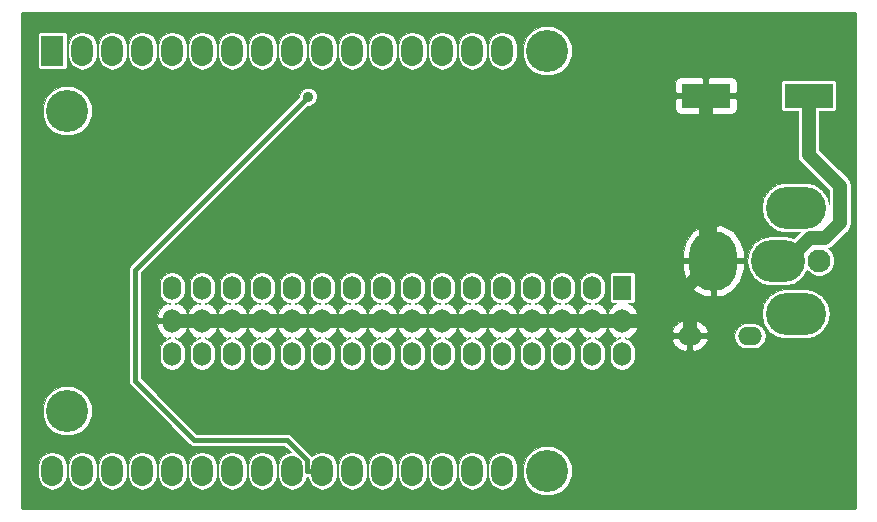
<source format=gtl>
G04 #@! TF.GenerationSoftware,KiCad,Pcbnew,6.0.0-rc1-unknown-4d73cfb~66~ubuntu18.04.1*
G04 #@! TF.CreationDate,2018-11-28T14:14:14-05:00
G04 #@! TF.ProjectId,servo_controller_3x2,73657276-6f5f-4636-9f6e-74726f6c6c65,1.0*
G04 #@! TF.SameCoordinates,Original*
G04 #@! TF.FileFunction,Copper,L1,Top*
G04 #@! TF.FilePolarity,Positive*
%FSLAX46Y46*%
G04 Gerber Fmt 4.6, Leading zero omitted, Abs format (unit mm)*
G04 Created by KiCad (PCBNEW 6.0.0-rc1-unknown-4d73cfb~66~ubuntu18.04.1) date Wed 28 Nov 2018 02:14:14 PM EST*
%MOMM*%
%LPD*%
G01*
G04 APERTURE LIST*
G04 #@! TA.AperFunction,NonConductor*
%ADD10C,0.228600*%
G04 #@! TD*
G04 #@! TA.AperFunction,ComponentPad*
%ADD11C,3.556000*%
G04 #@! TD*
G04 #@! TA.AperFunction,ComponentPad*
%ADD12O,1.854200X2.540000*%
G04 #@! TD*
G04 #@! TA.AperFunction,ComponentPad*
%ADD13R,1.854200X2.540000*%
G04 #@! TD*
G04 #@! TA.AperFunction,ComponentPad*
%ADD14O,1.524000X2.032000*%
G04 #@! TD*
G04 #@! TA.AperFunction,ComponentPad*
%ADD15R,1.524000X2.032000*%
G04 #@! TD*
G04 #@! TA.AperFunction,SMDPad,CuDef*
%ADD16R,4.100000X2.000000*%
G04 #@! TD*
G04 #@! TA.AperFunction,ComponentPad*
%ADD17O,2.032000X1.524000*%
G04 #@! TD*
G04 #@! TA.AperFunction,ComponentPad*
%ADD18C,1.930400*%
G04 #@! TD*
G04 #@! TA.AperFunction,ComponentPad*
%ADD19O,4.572000X3.556000*%
G04 #@! TD*
G04 #@! TA.AperFunction,ComponentPad*
%ADD20O,4.064000X5.080000*%
G04 #@! TD*
G04 #@! TA.AperFunction,ComponentPad*
%ADD21O,5.080000X3.556000*%
G04 #@! TD*
G04 #@! TA.AperFunction,ViaPad*
%ADD22C,0.889000*%
G04 #@! TD*
G04 #@! TA.AperFunction,Conductor*
%ADD23C,1.219200*%
G04 #@! TD*
G04 #@! TA.AperFunction,Conductor*
%ADD24C,0.406400*%
G04 #@! TD*
G04 #@! TA.AperFunction,Conductor*
%ADD25C,0.101600*%
G04 #@! TD*
G04 APERTURE END LIST*
D10*
X156210000Y-67945000D02*
X85725000Y-67945000D01*
X156210000Y-109855000D02*
X156210000Y-67945000D01*
X85725000Y-109855000D02*
X156210000Y-109855000D01*
X85725000Y-67945000D02*
X85725000Y-109855000D01*
D11*
G04 #@! TO.P,MDB1,*
G04 #@! TO.N,*
X130175000Y-71120000D03*
X130175000Y-106680000D03*
X89535000Y-101600000D03*
X89535000Y-76200000D03*
D12*
G04 #@! TO.P,MDB1,AREF*
G04 #@! TO.N,N/C*
X88265000Y-106680000D03*
G04 #@! TO.P,MDB1,VEE*
G04 #@! TO.N,VEE*
X90805000Y-106680000D03*
G04 #@! TO.P,MDB1,AGND*
G04 #@! TO.N,N/C*
X93345000Y-106680000D03*
G04 #@! TO.P,MDB1,3V3*
X95885000Y-106680000D03*
G04 #@! TO.P,MDB1,23*
X98425000Y-106680000D03*
G04 #@! TO.P,MDB1,22*
X100965000Y-106680000D03*
G04 #@! TO.P,MDB1,21*
X103505000Y-106680000D03*
G04 #@! TO.P,MDB1,20*
X106045000Y-106680000D03*
G04 #@! TO.P,MDB1,19*
G04 #@! TO.N,/SCL*
X108585000Y-106680000D03*
G04 #@! TO.P,MDB1,18*
G04 #@! TO.N,/SDA*
X111125000Y-106680000D03*
G04 #@! TO.P,MDB1,17*
G04 #@! TO.N,N/C*
X113665000Y-106680000D03*
G04 #@! TO.P,MDB1,16*
X116205000Y-106680000D03*
G04 #@! TO.P,MDB1,15*
X118745000Y-106680000D03*
G04 #@! TO.P,MDB1,14*
X121285000Y-106680000D03*
G04 #@! TO.P,MDB1,13*
X123825000Y-106680000D03*
G04 #@! TO.P,MDB1,DAC*
X126365000Y-106680000D03*
G04 #@! TO.P,MDB1,28*
X126365000Y-71120000D03*
G04 #@! TO.P,MDB1,12*
X123825000Y-71120000D03*
G04 #@! TO.P,MDB1,11*
X121285000Y-71120000D03*
G04 #@! TO.P,MDB1,10*
X118745000Y-71120000D03*
G04 #@! TO.P,MDB1,9*
X116205000Y-71120000D03*
G04 #@! TO.P,MDB1,29*
X113665000Y-71120000D03*
G04 #@! TO.P,MDB1,30*
X111125000Y-71120000D03*
G04 #@! TO.P,MDB1,6*
X108585000Y-71120000D03*
G04 #@! TO.P,MDB1,5*
X106045000Y-71120000D03*
G04 #@! TO.P,MDB1,4*
X103505000Y-71120000D03*
G04 #@! TO.P,MDB1,3*
X100965000Y-71120000D03*
G04 #@! TO.P,MDB1,2*
G04 #@! TO.N,/~ENABLE*
X98425000Y-71120000D03*
G04 #@! TO.P,MDB1,25*
G04 #@! TO.N,N/C*
X95885000Y-71120000D03*
D13*
G04 #@! TO.P,MDB1,VDD*
X88265000Y-71120000D03*
D12*
G04 #@! TO.P,MDB1,24*
X93345000Y-71120000D03*
G04 #@! TO.P,MDB1,GND*
G04 #@! TO.N,GND*
X90805000Y-71120000D03*
G04 #@! TD*
D14*
G04 #@! TO.P,P2,47*
G04 #@! TO.N,VCC*
X98425000Y-93980000D03*
G04 #@! TO.P,P2,44*
X100965000Y-93980000D03*
G04 #@! TO.P,P2,41*
X103505000Y-93980000D03*
G04 #@! TO.P,P2,38*
X106045000Y-93980000D03*
G04 #@! TO.P,P2,35*
X108585000Y-93980000D03*
G04 #@! TO.P,P2,32*
X111125000Y-93980000D03*
G04 #@! TO.P,P2,29*
X113665000Y-93980000D03*
G04 #@! TO.P,P2,26*
X116205000Y-93980000D03*
G04 #@! TO.P,P2,23*
X118745000Y-93980000D03*
G04 #@! TO.P,P2,20*
X121285000Y-93980000D03*
G04 #@! TO.P,P2,17*
X123825000Y-93980000D03*
G04 #@! TO.P,P2,14*
X126365000Y-93980000D03*
G04 #@! TO.P,P2,11*
X128905000Y-93980000D03*
G04 #@! TO.P,P2,8*
X131445000Y-93980000D03*
G04 #@! TO.P,P2,5*
X133985000Y-93980000D03*
G04 #@! TO.P,P2,2*
X136525000Y-93980000D03*
G04 #@! TO.P,P2,48*
G04 #@! TO.N,GND*
X98425000Y-96774000D03*
G04 #@! TO.P,P2,46*
G04 #@! TO.N,/servo_3x2/SIG_15*
X98425000Y-91186000D03*
G04 #@! TO.P,P2,45*
G04 #@! TO.N,GND*
X100965000Y-96774000D03*
G04 #@! TO.P,P2,43*
G04 #@! TO.N,/servo_3x2/SIG_14*
X100965000Y-91186000D03*
G04 #@! TO.P,P2,42*
G04 #@! TO.N,GND*
X103505000Y-96774000D03*
G04 #@! TO.P,P2,40*
G04 #@! TO.N,/servo_3x2/SIG_13*
X103505000Y-91186000D03*
G04 #@! TO.P,P2,39*
G04 #@! TO.N,GND*
X106045000Y-96774000D03*
G04 #@! TO.P,P2,37*
G04 #@! TO.N,/servo_3x2/SIG_12*
X106045000Y-91186000D03*
G04 #@! TO.P,P2,36*
G04 #@! TO.N,GND*
X108585000Y-96774000D03*
G04 #@! TO.P,P2,34*
G04 #@! TO.N,/servo_3x2/SIG_11*
X108585000Y-91186000D03*
G04 #@! TO.P,P2,33*
G04 #@! TO.N,GND*
X111125000Y-96774000D03*
G04 #@! TO.P,P2,31*
G04 #@! TO.N,/servo_3x2/SIG_10*
X111125000Y-91186000D03*
G04 #@! TO.P,P2,30*
G04 #@! TO.N,GND*
X113665000Y-96774000D03*
G04 #@! TO.P,P2,28*
G04 #@! TO.N,/servo_3x2/SIG_9*
X113665000Y-91186000D03*
G04 #@! TO.P,P2,27*
G04 #@! TO.N,GND*
X116205000Y-96774000D03*
G04 #@! TO.P,P2,25*
G04 #@! TO.N,/servo_3x2/SIG_8*
X116205000Y-91186000D03*
G04 #@! TO.P,P2,24*
G04 #@! TO.N,GND*
X118745000Y-96774000D03*
G04 #@! TO.P,P2,22*
G04 #@! TO.N,/servo_3x2/SIG_7*
X118745000Y-91186000D03*
G04 #@! TO.P,P2,21*
G04 #@! TO.N,GND*
X121285000Y-96774000D03*
G04 #@! TO.P,P2,19*
G04 #@! TO.N,/servo_3x2/SIG_6*
X121285000Y-91186000D03*
G04 #@! TO.P,P2,18*
G04 #@! TO.N,GND*
X123825000Y-96774000D03*
G04 #@! TO.P,P2,16*
G04 #@! TO.N,/servo_3x2/SIG_5*
X123825000Y-91186000D03*
G04 #@! TO.P,P2,15*
G04 #@! TO.N,GND*
X126365000Y-96774000D03*
G04 #@! TO.P,P2,13*
G04 #@! TO.N,/servo_3x2/SIG_4*
X126365000Y-91186000D03*
G04 #@! TO.P,P2,12*
G04 #@! TO.N,GND*
X128905000Y-96774000D03*
G04 #@! TO.P,P2,10*
G04 #@! TO.N,/servo_3x2/SIG_3*
X128905000Y-91186000D03*
G04 #@! TO.P,P2,9*
G04 #@! TO.N,GND*
X131445000Y-96774000D03*
G04 #@! TO.P,P2,7*
G04 #@! TO.N,/servo_3x2/SIG_2*
X131445000Y-91186000D03*
G04 #@! TO.P,P2,6*
G04 #@! TO.N,GND*
X133985000Y-96774000D03*
G04 #@! TO.P,P2,4*
G04 #@! TO.N,/servo_3x2/SIG_1*
X133985000Y-91186000D03*
G04 #@! TO.P,P2,3*
G04 #@! TO.N,GND*
X136525000Y-96774000D03*
D15*
G04 #@! TO.P,P2,1*
G04 #@! TO.N,/servo_3x2/SIG_0*
X136525000Y-91186000D03*
G04 #@! TD*
D16*
G04 #@! TO.P,C1,1*
G04 #@! TO.N,VCC*
X143605000Y-74930000D03*
G04 #@! TO.P,C1,2*
G04 #@! TO.N,GND*
X152305000Y-74930000D03*
G04 #@! TD*
D17*
G04 #@! TO.P,L1,1*
G04 #@! TO.N,VCC*
X142240000Y-95250000D03*
G04 #@! TO.P,L1,2*
G04 #@! TO.N,GND*
X147320000Y-95250000D03*
G04 #@! TD*
D18*
G04 #@! TO.P,P1,*
G04 #@! TO.N,*
X153212800Y-88900000D03*
D19*
G04 #@! TO.P,P1,2*
G04 #@! TO.N,GND*
X149707600Y-88900000D03*
D20*
G04 #@! TO.P,P1,1*
G04 #@! TO.N,VCC*
X144221200Y-88900000D03*
D21*
G04 #@! TO.P,P1,*
G04 #@! TO.N,*
X151206200Y-84404200D03*
X151206200Y-93395800D03*
G04 #@! TD*
D22*
G04 #@! TO.N,/SDA*
X109923500Y-75011900D03*
G04 #@! TD*
D23*
G04 #@! TO.N,VCC*
X143913000Y-88591900D02*
X143913100Y-88591900D01*
X143913100Y-88591900D02*
X144221200Y-88900000D01*
X143913000Y-88591900D02*
X144221000Y-88900000D01*
X144221000Y-88900000D02*
X141046000Y-92075000D01*
X143605000Y-74930000D02*
X143605000Y-88283800D01*
X143605000Y-88283800D02*
X143913000Y-88591900D01*
X136525000Y-93980000D02*
X133985000Y-93980000D01*
X141046000Y-92075000D02*
X139141000Y-93980000D01*
X139141000Y-93980000D02*
X136525000Y-93980000D01*
X133985000Y-93980000D02*
X131445000Y-93980000D01*
X131445000Y-93980000D02*
X128905000Y-93980000D01*
X128905000Y-93980000D02*
X126365000Y-93980000D01*
X126365000Y-93980000D02*
X123825000Y-93980000D01*
X123825000Y-93980000D02*
X121285000Y-93980000D01*
X121285000Y-93980000D02*
X118745000Y-93980000D01*
X118745000Y-93980000D02*
X116205000Y-93980000D01*
X116205000Y-93980000D02*
X113665000Y-93980000D01*
X113665000Y-93980000D02*
X111125000Y-93980000D01*
X111125000Y-93980000D02*
X108585000Y-93980000D01*
X108585000Y-93980000D02*
X106045000Y-93980000D01*
X106045000Y-93980000D02*
X103505000Y-93980000D01*
X103505000Y-93980000D02*
X100965000Y-93980000D01*
X100965000Y-93980000D02*
X98425000Y-93980000D01*
X142240000Y-95250000D02*
X142240000Y-93268800D01*
X142240000Y-93268800D02*
X141046000Y-92075000D01*
D24*
G04 #@! TO.N,GND*
X150216000Y-88900000D02*
X150215600Y-88900000D01*
D23*
X150216000Y-88900000D02*
X150495000Y-88900000D01*
X150495000Y-88900000D02*
X152400000Y-86995000D01*
X152400000Y-86995000D02*
X153670000Y-86995000D01*
X153670000Y-86995000D02*
X154940000Y-85725000D01*
X154940000Y-85725000D02*
X154940000Y-82550000D01*
X154940000Y-82550000D02*
X152305000Y-79915000D01*
X152305000Y-79915000D02*
X152305000Y-74930000D01*
D24*
G04 #@! TO.N,/SDA*
X109867700Y-106680000D02*
X111125000Y-106680000D01*
X95250000Y-89685400D02*
X95250000Y-99060000D01*
X109867700Y-105816100D02*
X109867700Y-106680000D01*
X109923500Y-75011900D02*
X95250000Y-89685400D01*
X108127600Y-104076000D02*
X109867700Y-105816100D01*
X95250000Y-99060000D02*
X100266000Y-104076000D01*
X100266000Y-104076000D02*
X108127600Y-104076000D01*
G04 #@! TD*
D25*
G04 #@! TO.N,VCC*
G36*
X156057600Y-109702600D02*
X85877400Y-109702600D01*
X85877400Y-106215771D01*
X87033100Y-106215771D01*
X87033100Y-107144230D01*
X87104576Y-107503563D01*
X87376851Y-107911050D01*
X87784338Y-108183324D01*
X88265000Y-108278934D01*
X88745663Y-108183324D01*
X89153150Y-107911050D01*
X89425424Y-107503563D01*
X89496900Y-107144229D01*
X89496900Y-106215771D01*
X89573100Y-106215771D01*
X89573100Y-107144230D01*
X89644576Y-107503563D01*
X89916851Y-107911050D01*
X90324338Y-108183324D01*
X90805000Y-108278934D01*
X91285663Y-108183324D01*
X91693150Y-107911050D01*
X91965424Y-107503563D01*
X92036900Y-107144229D01*
X92036900Y-106215771D01*
X92113100Y-106215771D01*
X92113100Y-107144230D01*
X92184576Y-107503563D01*
X92456851Y-107911050D01*
X92864338Y-108183324D01*
X93345000Y-108278934D01*
X93825663Y-108183324D01*
X94233150Y-107911050D01*
X94505424Y-107503563D01*
X94576900Y-107144229D01*
X94576900Y-106215771D01*
X94653100Y-106215771D01*
X94653100Y-107144230D01*
X94724576Y-107503563D01*
X94996851Y-107911050D01*
X95404338Y-108183324D01*
X95885000Y-108278934D01*
X96365663Y-108183324D01*
X96773150Y-107911050D01*
X97045424Y-107503563D01*
X97116900Y-107144229D01*
X97116900Y-106215771D01*
X97193100Y-106215771D01*
X97193100Y-107144230D01*
X97264576Y-107503563D01*
X97536851Y-107911050D01*
X97944338Y-108183324D01*
X98425000Y-108278934D01*
X98905663Y-108183324D01*
X99313150Y-107911050D01*
X99585424Y-107503563D01*
X99656900Y-107144229D01*
X99656900Y-106215771D01*
X99733100Y-106215771D01*
X99733100Y-107144230D01*
X99804576Y-107503563D01*
X100076851Y-107911050D01*
X100484338Y-108183324D01*
X100965000Y-108278934D01*
X101445663Y-108183324D01*
X101853150Y-107911050D01*
X102125424Y-107503563D01*
X102196900Y-107144229D01*
X102196900Y-106215771D01*
X102273100Y-106215771D01*
X102273100Y-107144230D01*
X102344576Y-107503563D01*
X102616851Y-107911050D01*
X103024338Y-108183324D01*
X103505000Y-108278934D01*
X103985663Y-108183324D01*
X104393150Y-107911050D01*
X104665424Y-107503563D01*
X104736900Y-107144229D01*
X104736900Y-106215771D01*
X104813100Y-106215771D01*
X104813100Y-107144230D01*
X104884576Y-107503563D01*
X105156851Y-107911050D01*
X105564338Y-108183324D01*
X106045000Y-108278934D01*
X106525663Y-108183324D01*
X106933150Y-107911050D01*
X107205424Y-107503563D01*
X107276900Y-107144229D01*
X107276900Y-106215770D01*
X107205424Y-105856437D01*
X106933150Y-105448950D01*
X106525662Y-105176676D01*
X106045000Y-105081066D01*
X105564337Y-105176676D01*
X105156850Y-105448950D01*
X104884576Y-105856438D01*
X104813100Y-106215771D01*
X104736900Y-106215771D01*
X104736900Y-106215770D01*
X104665424Y-105856437D01*
X104393150Y-105448950D01*
X103985662Y-105176676D01*
X103505000Y-105081066D01*
X103024337Y-105176676D01*
X102616850Y-105448950D01*
X102344576Y-105856438D01*
X102273100Y-106215771D01*
X102196900Y-106215771D01*
X102196900Y-106215770D01*
X102125424Y-105856437D01*
X101853150Y-105448950D01*
X101445662Y-105176676D01*
X100965000Y-105081066D01*
X100484337Y-105176676D01*
X100076850Y-105448950D01*
X99804576Y-105856438D01*
X99733100Y-106215771D01*
X99656900Y-106215771D01*
X99656900Y-106215770D01*
X99585424Y-105856437D01*
X99313150Y-105448950D01*
X98905662Y-105176676D01*
X98425000Y-105081066D01*
X97944337Y-105176676D01*
X97536850Y-105448950D01*
X97264576Y-105856438D01*
X97193100Y-106215771D01*
X97116900Y-106215771D01*
X97116900Y-106215770D01*
X97045424Y-105856437D01*
X96773150Y-105448950D01*
X96365662Y-105176676D01*
X95885000Y-105081066D01*
X95404337Y-105176676D01*
X94996850Y-105448950D01*
X94724576Y-105856438D01*
X94653100Y-106215771D01*
X94576900Y-106215771D01*
X94576900Y-106215770D01*
X94505424Y-105856437D01*
X94233150Y-105448950D01*
X93825662Y-105176676D01*
X93345000Y-105081066D01*
X92864337Y-105176676D01*
X92456850Y-105448950D01*
X92184576Y-105856438D01*
X92113100Y-106215771D01*
X92036900Y-106215771D01*
X92036900Y-106215770D01*
X91965424Y-105856437D01*
X91693150Y-105448950D01*
X91285662Y-105176676D01*
X90805000Y-105081066D01*
X90324337Y-105176676D01*
X89916850Y-105448950D01*
X89644576Y-105856438D01*
X89573100Y-106215771D01*
X89496900Y-106215771D01*
X89496900Y-106215770D01*
X89425424Y-105856437D01*
X89153150Y-105448950D01*
X88745662Y-105176676D01*
X88265000Y-105081066D01*
X87784337Y-105176676D01*
X87376850Y-105448950D01*
X87104576Y-105856438D01*
X87033100Y-106215771D01*
X85877400Y-106215771D01*
X85877400Y-101185705D01*
X87452200Y-101185705D01*
X87452200Y-102014295D01*
X87769288Y-102779811D01*
X88355189Y-103365712D01*
X89120705Y-103682800D01*
X89949295Y-103682800D01*
X90714811Y-103365712D01*
X91300712Y-102779811D01*
X91617800Y-102014295D01*
X91617800Y-101185705D01*
X91300712Y-100420189D01*
X90714811Y-99834288D01*
X89949295Y-99517200D01*
X89120705Y-99517200D01*
X88355189Y-99834288D01*
X87769288Y-100420189D01*
X87452200Y-101185705D01*
X85877400Y-101185705D01*
X85877400Y-89685400D01*
X94732049Y-89685400D01*
X94742000Y-89735428D01*
X94742001Y-99009967D01*
X94732049Y-99060000D01*
X94771475Y-99258211D01*
X94855412Y-99383832D01*
X94855415Y-99383835D01*
X94883754Y-99426247D01*
X94926166Y-99454586D01*
X99871414Y-104399835D01*
X99899753Y-104442247D01*
X99942165Y-104470586D01*
X99942167Y-104470588D01*
X100067788Y-104554525D01*
X100215968Y-104584000D01*
X100215971Y-104584000D01*
X100265999Y-104593951D01*
X100316027Y-104584000D01*
X107917180Y-104584000D01*
X108442576Y-105109396D01*
X108104337Y-105176676D01*
X107696850Y-105448950D01*
X107424576Y-105856438D01*
X107353100Y-106215771D01*
X107353100Y-107144230D01*
X107424576Y-107503563D01*
X107696851Y-107911050D01*
X108104338Y-108183324D01*
X108585000Y-108278934D01*
X109065663Y-108183324D01*
X109473150Y-107911050D01*
X109745424Y-107503563D01*
X109808554Y-107186187D01*
X109817668Y-107188000D01*
X109867700Y-107197952D01*
X109902413Y-107191047D01*
X109964576Y-107503563D01*
X110236851Y-107911050D01*
X110644338Y-108183324D01*
X111125000Y-108278934D01*
X111605663Y-108183324D01*
X112013150Y-107911050D01*
X112285424Y-107503563D01*
X112356900Y-107144229D01*
X112356900Y-106215771D01*
X112433100Y-106215771D01*
X112433100Y-107144230D01*
X112504576Y-107503563D01*
X112776851Y-107911050D01*
X113184338Y-108183324D01*
X113665000Y-108278934D01*
X114145663Y-108183324D01*
X114553150Y-107911050D01*
X114825424Y-107503563D01*
X114896900Y-107144229D01*
X114896900Y-106215771D01*
X114973100Y-106215771D01*
X114973100Y-107144230D01*
X115044576Y-107503563D01*
X115316851Y-107911050D01*
X115724338Y-108183324D01*
X116205000Y-108278934D01*
X116685663Y-108183324D01*
X117093150Y-107911050D01*
X117365424Y-107503563D01*
X117436900Y-107144229D01*
X117436900Y-106215771D01*
X117513100Y-106215771D01*
X117513100Y-107144230D01*
X117584576Y-107503563D01*
X117856851Y-107911050D01*
X118264338Y-108183324D01*
X118745000Y-108278934D01*
X119225663Y-108183324D01*
X119633150Y-107911050D01*
X119905424Y-107503563D01*
X119976900Y-107144229D01*
X119976900Y-106215771D01*
X120053100Y-106215771D01*
X120053100Y-107144230D01*
X120124576Y-107503563D01*
X120396851Y-107911050D01*
X120804338Y-108183324D01*
X121285000Y-108278934D01*
X121765663Y-108183324D01*
X122173150Y-107911050D01*
X122445424Y-107503563D01*
X122516900Y-107144229D01*
X122516900Y-106215771D01*
X122593100Y-106215771D01*
X122593100Y-107144230D01*
X122664576Y-107503563D01*
X122936851Y-107911050D01*
X123344338Y-108183324D01*
X123825000Y-108278934D01*
X124305663Y-108183324D01*
X124713150Y-107911050D01*
X124985424Y-107503563D01*
X125056900Y-107144229D01*
X125056900Y-106215771D01*
X125133100Y-106215771D01*
X125133100Y-107144230D01*
X125204576Y-107503563D01*
X125476851Y-107911050D01*
X125884338Y-108183324D01*
X126365000Y-108278934D01*
X126845663Y-108183324D01*
X127253150Y-107911050D01*
X127525424Y-107503563D01*
X127596900Y-107144229D01*
X127596900Y-106265705D01*
X128092200Y-106265705D01*
X128092200Y-107094295D01*
X128409288Y-107859811D01*
X128995189Y-108445712D01*
X129760705Y-108762800D01*
X130589295Y-108762800D01*
X131354811Y-108445712D01*
X131940712Y-107859811D01*
X132257800Y-107094295D01*
X132257800Y-106265705D01*
X131940712Y-105500189D01*
X131354811Y-104914288D01*
X130589295Y-104597200D01*
X129760705Y-104597200D01*
X128995189Y-104914288D01*
X128409288Y-105500189D01*
X128092200Y-106265705D01*
X127596900Y-106265705D01*
X127596900Y-106215770D01*
X127525424Y-105856437D01*
X127253150Y-105448950D01*
X126845662Y-105176676D01*
X126365000Y-105081066D01*
X125884337Y-105176676D01*
X125476850Y-105448950D01*
X125204576Y-105856438D01*
X125133100Y-106215771D01*
X125056900Y-106215771D01*
X125056900Y-106215770D01*
X124985424Y-105856437D01*
X124713150Y-105448950D01*
X124305662Y-105176676D01*
X123825000Y-105081066D01*
X123344337Y-105176676D01*
X122936850Y-105448950D01*
X122664576Y-105856438D01*
X122593100Y-106215771D01*
X122516900Y-106215771D01*
X122516900Y-106215770D01*
X122445424Y-105856437D01*
X122173150Y-105448950D01*
X121765662Y-105176676D01*
X121285000Y-105081066D01*
X120804337Y-105176676D01*
X120396850Y-105448950D01*
X120124576Y-105856438D01*
X120053100Y-106215771D01*
X119976900Y-106215771D01*
X119976900Y-106215770D01*
X119905424Y-105856437D01*
X119633150Y-105448950D01*
X119225662Y-105176676D01*
X118745000Y-105081066D01*
X118264337Y-105176676D01*
X117856850Y-105448950D01*
X117584576Y-105856438D01*
X117513100Y-106215771D01*
X117436900Y-106215771D01*
X117436900Y-106215770D01*
X117365424Y-105856437D01*
X117093150Y-105448950D01*
X116685662Y-105176676D01*
X116205000Y-105081066D01*
X115724337Y-105176676D01*
X115316850Y-105448950D01*
X115044576Y-105856438D01*
X114973100Y-106215771D01*
X114896900Y-106215771D01*
X114896900Y-106215770D01*
X114825424Y-105856437D01*
X114553150Y-105448950D01*
X114145662Y-105176676D01*
X113665000Y-105081066D01*
X113184337Y-105176676D01*
X112776850Y-105448950D01*
X112504576Y-105856438D01*
X112433100Y-106215771D01*
X112356900Y-106215771D01*
X112356900Y-106215770D01*
X112285424Y-105856437D01*
X112013150Y-105448950D01*
X111605662Y-105176676D01*
X111125000Y-105081066D01*
X110644337Y-105176676D01*
X110236850Y-105448950D01*
X110235097Y-105451574D01*
X110233947Y-105449853D01*
X110191536Y-105421515D01*
X108522187Y-103752167D01*
X108493847Y-103709753D01*
X108325812Y-103597475D01*
X108177632Y-103568000D01*
X108177628Y-103568000D01*
X108127600Y-103558049D01*
X108077572Y-103568000D01*
X100476421Y-103568000D01*
X95758000Y-98849580D01*
X95758000Y-94391054D01*
X97108664Y-94391054D01*
X97268966Y-94882839D01*
X97605264Y-95275844D01*
X98020143Y-95491221D01*
X98221798Y-95397490D01*
X98221798Y-95472720D01*
X98008756Y-95515097D01*
X97655881Y-95750881D01*
X97420097Y-96103757D01*
X97358200Y-96414935D01*
X97358200Y-97133066D01*
X97420097Y-97444244D01*
X97655882Y-97797119D01*
X98008757Y-98032903D01*
X98425000Y-98115699D01*
X98841244Y-98032903D01*
X99194119Y-97797119D01*
X99429903Y-97444243D01*
X99491800Y-97133065D01*
X99491800Y-96414934D01*
X99429903Y-96103756D01*
X99194119Y-95750881D01*
X98841243Y-95515097D01*
X98628202Y-95472720D01*
X98628202Y-95397490D01*
X98829857Y-95491221D01*
X99244736Y-95275844D01*
X99581034Y-94882839D01*
X99695000Y-94533207D01*
X99808966Y-94882839D01*
X100145264Y-95275844D01*
X100560143Y-95491221D01*
X100761798Y-95397490D01*
X100761798Y-95472720D01*
X100548756Y-95515097D01*
X100195881Y-95750881D01*
X99960097Y-96103757D01*
X99898200Y-96414935D01*
X99898200Y-97133066D01*
X99960097Y-97444244D01*
X100195882Y-97797119D01*
X100548757Y-98032903D01*
X100965000Y-98115699D01*
X101381244Y-98032903D01*
X101734119Y-97797119D01*
X101969903Y-97444243D01*
X102031800Y-97133065D01*
X102031800Y-96414934D01*
X101969903Y-96103756D01*
X101734119Y-95750881D01*
X101381243Y-95515097D01*
X101168202Y-95472720D01*
X101168202Y-95397490D01*
X101369857Y-95491221D01*
X101784736Y-95275844D01*
X102121034Y-94882839D01*
X102235000Y-94533207D01*
X102348966Y-94882839D01*
X102685264Y-95275844D01*
X103100143Y-95491221D01*
X103301798Y-95397490D01*
X103301798Y-95472720D01*
X103088756Y-95515097D01*
X102735881Y-95750881D01*
X102500097Y-96103757D01*
X102438200Y-96414935D01*
X102438200Y-97133066D01*
X102500097Y-97444244D01*
X102735882Y-97797119D01*
X103088757Y-98032903D01*
X103505000Y-98115699D01*
X103921244Y-98032903D01*
X104274119Y-97797119D01*
X104509903Y-97444243D01*
X104571800Y-97133065D01*
X104571800Y-96414934D01*
X104509903Y-96103756D01*
X104274119Y-95750881D01*
X103921243Y-95515097D01*
X103708202Y-95472720D01*
X103708202Y-95397490D01*
X103909857Y-95491221D01*
X104324736Y-95275844D01*
X104661034Y-94882839D01*
X104775000Y-94533207D01*
X104888966Y-94882839D01*
X105225264Y-95275844D01*
X105640143Y-95491221D01*
X105841798Y-95397490D01*
X105841798Y-95472720D01*
X105628756Y-95515097D01*
X105275881Y-95750881D01*
X105040097Y-96103757D01*
X104978200Y-96414935D01*
X104978200Y-97133066D01*
X105040097Y-97444244D01*
X105275882Y-97797119D01*
X105628757Y-98032903D01*
X106045000Y-98115699D01*
X106461244Y-98032903D01*
X106814119Y-97797119D01*
X107049903Y-97444243D01*
X107111800Y-97133065D01*
X107111800Y-96414934D01*
X107049903Y-96103756D01*
X106814119Y-95750881D01*
X106461243Y-95515097D01*
X106248202Y-95472720D01*
X106248202Y-95397490D01*
X106449857Y-95491221D01*
X106864736Y-95275844D01*
X107201034Y-94882839D01*
X107315000Y-94533207D01*
X107428966Y-94882839D01*
X107765264Y-95275844D01*
X108180143Y-95491221D01*
X108381798Y-95397490D01*
X108381798Y-95472720D01*
X108168756Y-95515097D01*
X107815881Y-95750881D01*
X107580097Y-96103757D01*
X107518200Y-96414935D01*
X107518200Y-97133066D01*
X107580097Y-97444244D01*
X107815882Y-97797119D01*
X108168757Y-98032903D01*
X108585000Y-98115699D01*
X109001244Y-98032903D01*
X109354119Y-97797119D01*
X109589903Y-97444243D01*
X109651800Y-97133065D01*
X109651800Y-96414934D01*
X109589903Y-96103756D01*
X109354119Y-95750881D01*
X109001243Y-95515097D01*
X108788202Y-95472720D01*
X108788202Y-95397490D01*
X108989857Y-95491221D01*
X109404736Y-95275844D01*
X109741034Y-94882839D01*
X109855000Y-94533207D01*
X109968966Y-94882839D01*
X110305264Y-95275844D01*
X110720143Y-95491221D01*
X110921798Y-95397490D01*
X110921798Y-95472720D01*
X110708756Y-95515097D01*
X110355881Y-95750881D01*
X110120097Y-96103757D01*
X110058200Y-96414935D01*
X110058200Y-97133066D01*
X110120097Y-97444244D01*
X110355882Y-97797119D01*
X110708757Y-98032903D01*
X111125000Y-98115699D01*
X111541244Y-98032903D01*
X111894119Y-97797119D01*
X112129903Y-97444243D01*
X112191800Y-97133065D01*
X112191800Y-96414934D01*
X112129903Y-96103756D01*
X111894119Y-95750881D01*
X111541243Y-95515097D01*
X111328202Y-95472720D01*
X111328202Y-95397490D01*
X111529857Y-95491221D01*
X111944736Y-95275844D01*
X112281034Y-94882839D01*
X112395000Y-94533207D01*
X112508966Y-94882839D01*
X112845264Y-95275844D01*
X113260143Y-95491221D01*
X113461798Y-95397490D01*
X113461798Y-95472720D01*
X113248756Y-95515097D01*
X112895881Y-95750881D01*
X112660097Y-96103757D01*
X112598200Y-96414935D01*
X112598200Y-97133066D01*
X112660097Y-97444244D01*
X112895882Y-97797119D01*
X113248757Y-98032903D01*
X113665000Y-98115699D01*
X114081244Y-98032903D01*
X114434119Y-97797119D01*
X114669903Y-97444243D01*
X114731800Y-97133065D01*
X114731800Y-96414934D01*
X114669903Y-96103756D01*
X114434119Y-95750881D01*
X114081243Y-95515097D01*
X113868202Y-95472720D01*
X113868202Y-95397490D01*
X114069857Y-95491221D01*
X114484736Y-95275844D01*
X114821034Y-94882839D01*
X114935000Y-94533207D01*
X115048966Y-94882839D01*
X115385264Y-95275844D01*
X115800143Y-95491221D01*
X116001798Y-95397490D01*
X116001798Y-95472720D01*
X115788756Y-95515097D01*
X115435881Y-95750881D01*
X115200097Y-96103757D01*
X115138200Y-96414935D01*
X115138200Y-97133066D01*
X115200097Y-97444244D01*
X115435882Y-97797119D01*
X115788757Y-98032903D01*
X116205000Y-98115699D01*
X116621244Y-98032903D01*
X116974119Y-97797119D01*
X117209903Y-97444243D01*
X117271800Y-97133065D01*
X117271800Y-96414934D01*
X117209903Y-96103756D01*
X116974119Y-95750881D01*
X116621243Y-95515097D01*
X116408202Y-95472720D01*
X116408202Y-95397490D01*
X116609857Y-95491221D01*
X117024736Y-95275844D01*
X117361034Y-94882839D01*
X117475000Y-94533207D01*
X117588966Y-94882839D01*
X117925264Y-95275844D01*
X118340143Y-95491221D01*
X118541798Y-95397490D01*
X118541798Y-95472720D01*
X118328756Y-95515097D01*
X117975881Y-95750881D01*
X117740097Y-96103757D01*
X117678200Y-96414935D01*
X117678200Y-97133066D01*
X117740097Y-97444244D01*
X117975882Y-97797119D01*
X118328757Y-98032903D01*
X118745000Y-98115699D01*
X119161244Y-98032903D01*
X119514119Y-97797119D01*
X119749903Y-97444243D01*
X119811800Y-97133065D01*
X119811800Y-96414934D01*
X119749903Y-96103756D01*
X119514119Y-95750881D01*
X119161243Y-95515097D01*
X118948202Y-95472720D01*
X118948202Y-95397490D01*
X119149857Y-95491221D01*
X119564736Y-95275844D01*
X119901034Y-94882839D01*
X120015000Y-94533207D01*
X120128966Y-94882839D01*
X120465264Y-95275844D01*
X120880143Y-95491221D01*
X121081798Y-95397490D01*
X121081798Y-95472720D01*
X120868756Y-95515097D01*
X120515881Y-95750881D01*
X120280097Y-96103757D01*
X120218200Y-96414935D01*
X120218200Y-97133066D01*
X120280097Y-97444244D01*
X120515882Y-97797119D01*
X120868757Y-98032903D01*
X121285000Y-98115699D01*
X121701244Y-98032903D01*
X122054119Y-97797119D01*
X122289903Y-97444243D01*
X122351800Y-97133065D01*
X122351800Y-96414934D01*
X122289903Y-96103756D01*
X122054119Y-95750881D01*
X121701243Y-95515097D01*
X121488202Y-95472720D01*
X121488202Y-95397490D01*
X121689857Y-95491221D01*
X122104736Y-95275844D01*
X122441034Y-94882839D01*
X122555000Y-94533207D01*
X122668966Y-94882839D01*
X123005264Y-95275844D01*
X123420143Y-95491221D01*
X123621798Y-95397490D01*
X123621798Y-95472720D01*
X123408756Y-95515097D01*
X123055881Y-95750881D01*
X122820097Y-96103757D01*
X122758200Y-96414935D01*
X122758200Y-97133066D01*
X122820097Y-97444244D01*
X123055882Y-97797119D01*
X123408757Y-98032903D01*
X123825000Y-98115699D01*
X124241244Y-98032903D01*
X124594119Y-97797119D01*
X124829903Y-97444243D01*
X124891800Y-97133065D01*
X124891800Y-96414934D01*
X124829903Y-96103756D01*
X124594119Y-95750881D01*
X124241243Y-95515097D01*
X124028202Y-95472720D01*
X124028202Y-95397490D01*
X124229857Y-95491221D01*
X124644736Y-95275844D01*
X124981034Y-94882839D01*
X125095000Y-94533207D01*
X125208966Y-94882839D01*
X125545264Y-95275844D01*
X125960143Y-95491221D01*
X126161798Y-95397490D01*
X126161798Y-95472720D01*
X125948756Y-95515097D01*
X125595881Y-95750881D01*
X125360097Y-96103757D01*
X125298200Y-96414935D01*
X125298200Y-97133066D01*
X125360097Y-97444244D01*
X125595882Y-97797119D01*
X125948757Y-98032903D01*
X126365000Y-98115699D01*
X126781244Y-98032903D01*
X127134119Y-97797119D01*
X127369903Y-97444243D01*
X127431800Y-97133065D01*
X127431800Y-96414934D01*
X127369903Y-96103756D01*
X127134119Y-95750881D01*
X126781243Y-95515097D01*
X126568202Y-95472720D01*
X126568202Y-95397490D01*
X126769857Y-95491221D01*
X127184736Y-95275844D01*
X127521034Y-94882839D01*
X127635000Y-94533207D01*
X127748966Y-94882839D01*
X128085264Y-95275844D01*
X128500143Y-95491221D01*
X128701798Y-95397490D01*
X128701798Y-95472720D01*
X128488756Y-95515097D01*
X128135881Y-95750881D01*
X127900097Y-96103757D01*
X127838200Y-96414935D01*
X127838200Y-97133066D01*
X127900097Y-97444244D01*
X128135882Y-97797119D01*
X128488757Y-98032903D01*
X128905000Y-98115699D01*
X129321244Y-98032903D01*
X129674119Y-97797119D01*
X129909903Y-97444243D01*
X129971800Y-97133065D01*
X129971800Y-96414934D01*
X129909903Y-96103756D01*
X129674119Y-95750881D01*
X129321243Y-95515097D01*
X129108202Y-95472720D01*
X129108202Y-95397490D01*
X129309857Y-95491221D01*
X129724736Y-95275844D01*
X130061034Y-94882839D01*
X130175000Y-94533207D01*
X130288966Y-94882839D01*
X130625264Y-95275844D01*
X131040143Y-95491221D01*
X131241798Y-95397490D01*
X131241798Y-95472720D01*
X131028756Y-95515097D01*
X130675881Y-95750881D01*
X130440097Y-96103757D01*
X130378200Y-96414935D01*
X130378200Y-97133066D01*
X130440097Y-97444244D01*
X130675882Y-97797119D01*
X131028757Y-98032903D01*
X131445000Y-98115699D01*
X131861244Y-98032903D01*
X132214119Y-97797119D01*
X132449903Y-97444243D01*
X132511800Y-97133065D01*
X132511800Y-96414934D01*
X132449903Y-96103756D01*
X132214119Y-95750881D01*
X131861243Y-95515097D01*
X131648202Y-95472720D01*
X131648202Y-95397490D01*
X131849857Y-95491221D01*
X132264736Y-95275844D01*
X132601034Y-94882839D01*
X132715000Y-94533207D01*
X132828966Y-94882839D01*
X133165264Y-95275844D01*
X133580143Y-95491221D01*
X133781798Y-95397490D01*
X133781798Y-95472720D01*
X133568756Y-95515097D01*
X133215881Y-95750881D01*
X132980097Y-96103757D01*
X132918200Y-96414935D01*
X132918200Y-97133066D01*
X132980097Y-97444244D01*
X133215882Y-97797119D01*
X133568757Y-98032903D01*
X133985000Y-98115699D01*
X134401244Y-98032903D01*
X134754119Y-97797119D01*
X134989903Y-97444243D01*
X135051800Y-97133065D01*
X135051800Y-96414934D01*
X134989903Y-96103756D01*
X134754119Y-95750881D01*
X134401243Y-95515097D01*
X134188202Y-95472720D01*
X134188202Y-95397490D01*
X134389857Y-95491221D01*
X134804736Y-95275844D01*
X135141034Y-94882839D01*
X135255000Y-94533207D01*
X135368966Y-94882839D01*
X135705264Y-95275844D01*
X136120143Y-95491221D01*
X136321798Y-95397490D01*
X136321798Y-95472720D01*
X136108756Y-95515097D01*
X135755881Y-95750881D01*
X135520097Y-96103757D01*
X135458200Y-96414935D01*
X135458200Y-97133066D01*
X135520097Y-97444244D01*
X135755882Y-97797119D01*
X136108757Y-98032903D01*
X136525000Y-98115699D01*
X136941244Y-98032903D01*
X137294119Y-97797119D01*
X137529903Y-97444243D01*
X137591800Y-97133065D01*
X137591800Y-96414934D01*
X137529903Y-96103756D01*
X137294119Y-95750881D01*
X137150409Y-95654857D01*
X140728779Y-95654857D01*
X140944156Y-96069736D01*
X141337161Y-96406034D01*
X141828946Y-96566336D01*
X142036800Y-96434998D01*
X142036800Y-95453200D01*
X142443200Y-95453200D01*
X142443200Y-96434998D01*
X142651054Y-96566336D01*
X143142839Y-96406034D01*
X143535844Y-96069736D01*
X143751221Y-95654857D01*
X143657489Y-95453200D01*
X142443200Y-95453200D01*
X142036800Y-95453200D01*
X140822511Y-95453200D01*
X140728779Y-95654857D01*
X137150409Y-95654857D01*
X136941243Y-95515097D01*
X136728202Y-95472720D01*
X136728202Y-95397490D01*
X136929857Y-95491221D01*
X137344736Y-95275844D01*
X137366850Y-95250000D01*
X145978301Y-95250000D01*
X146061097Y-95666244D01*
X146296881Y-96019119D01*
X146649756Y-96254903D01*
X146960934Y-96316800D01*
X147679066Y-96316800D01*
X147990244Y-96254903D01*
X148343119Y-96019119D01*
X148578903Y-95666244D01*
X148661699Y-95250000D01*
X148578903Y-94833756D01*
X148343119Y-94480881D01*
X147990244Y-94245097D01*
X147679066Y-94183200D01*
X146960934Y-94183200D01*
X146649756Y-94245097D01*
X146296881Y-94480881D01*
X146061097Y-94833756D01*
X145978301Y-95250000D01*
X137366850Y-95250000D01*
X137681034Y-94882839D01*
X137693321Y-94845143D01*
X140728779Y-94845143D01*
X140822511Y-95046800D01*
X142036800Y-95046800D01*
X142036800Y-94065002D01*
X142443200Y-94065002D01*
X142443200Y-95046800D01*
X143657489Y-95046800D01*
X143751221Y-94845143D01*
X143535844Y-94430264D01*
X143142839Y-94093966D01*
X142651054Y-93933664D01*
X142443200Y-94065002D01*
X142036800Y-94065002D01*
X141828946Y-93933664D01*
X141337161Y-94093966D01*
X140944156Y-94430264D01*
X140728779Y-94845143D01*
X137693321Y-94845143D01*
X137841336Y-94391054D01*
X137709998Y-94183200D01*
X136728200Y-94183200D01*
X136728200Y-94203200D01*
X136321800Y-94203200D01*
X136321800Y-94183200D01*
X135340002Y-94183200D01*
X135255000Y-94317723D01*
X135169998Y-94183200D01*
X134188200Y-94183200D01*
X134188200Y-94203200D01*
X133781800Y-94203200D01*
X133781800Y-94183200D01*
X132800002Y-94183200D01*
X132715000Y-94317723D01*
X132629998Y-94183200D01*
X131648200Y-94183200D01*
X131648200Y-94203200D01*
X131241800Y-94203200D01*
X131241800Y-94183200D01*
X130260002Y-94183200D01*
X130175000Y-94317723D01*
X130089998Y-94183200D01*
X129108200Y-94183200D01*
X129108200Y-94203200D01*
X128701800Y-94203200D01*
X128701800Y-94183200D01*
X127720002Y-94183200D01*
X127635000Y-94317723D01*
X127549998Y-94183200D01*
X126568200Y-94183200D01*
X126568200Y-94203200D01*
X126161800Y-94203200D01*
X126161800Y-94183200D01*
X125180002Y-94183200D01*
X125095000Y-94317723D01*
X125009998Y-94183200D01*
X124028200Y-94183200D01*
X124028200Y-94203200D01*
X123621800Y-94203200D01*
X123621800Y-94183200D01*
X122640002Y-94183200D01*
X122555000Y-94317723D01*
X122469998Y-94183200D01*
X121488200Y-94183200D01*
X121488200Y-94203200D01*
X121081800Y-94203200D01*
X121081800Y-94183200D01*
X120100002Y-94183200D01*
X120015000Y-94317723D01*
X119929998Y-94183200D01*
X118948200Y-94183200D01*
X118948200Y-94203200D01*
X118541800Y-94203200D01*
X118541800Y-94183200D01*
X117560002Y-94183200D01*
X117475000Y-94317723D01*
X117389998Y-94183200D01*
X116408200Y-94183200D01*
X116408200Y-94203200D01*
X116001800Y-94203200D01*
X116001800Y-94183200D01*
X115020002Y-94183200D01*
X114935000Y-94317723D01*
X114849998Y-94183200D01*
X113868200Y-94183200D01*
X113868200Y-94203200D01*
X113461800Y-94203200D01*
X113461800Y-94183200D01*
X112480002Y-94183200D01*
X112395000Y-94317723D01*
X112309998Y-94183200D01*
X111328200Y-94183200D01*
X111328200Y-94203200D01*
X110921800Y-94203200D01*
X110921800Y-94183200D01*
X109940002Y-94183200D01*
X109855000Y-94317723D01*
X109769998Y-94183200D01*
X108788200Y-94183200D01*
X108788200Y-94203200D01*
X108381800Y-94203200D01*
X108381800Y-94183200D01*
X107400002Y-94183200D01*
X107315000Y-94317723D01*
X107229998Y-94183200D01*
X106248200Y-94183200D01*
X106248200Y-94203200D01*
X105841800Y-94203200D01*
X105841800Y-94183200D01*
X104860002Y-94183200D01*
X104775000Y-94317723D01*
X104689998Y-94183200D01*
X103708200Y-94183200D01*
X103708200Y-94203200D01*
X103301800Y-94203200D01*
X103301800Y-94183200D01*
X102320002Y-94183200D01*
X102235000Y-94317723D01*
X102149998Y-94183200D01*
X101168200Y-94183200D01*
X101168200Y-94203200D01*
X100761800Y-94203200D01*
X100761800Y-94183200D01*
X99780002Y-94183200D01*
X99695000Y-94317723D01*
X99609998Y-94183200D01*
X98628200Y-94183200D01*
X98628200Y-94203200D01*
X98221800Y-94203200D01*
X98221800Y-94183200D01*
X97240002Y-94183200D01*
X97108664Y-94391054D01*
X95758000Y-94391054D01*
X95758000Y-93568946D01*
X97108664Y-93568946D01*
X97240002Y-93776800D01*
X98221800Y-93776800D01*
X98221800Y-93756800D01*
X98628200Y-93756800D01*
X98628200Y-93776800D01*
X99609998Y-93776800D01*
X99695000Y-93642277D01*
X99780002Y-93776800D01*
X100761800Y-93776800D01*
X100761800Y-93756800D01*
X101168200Y-93756800D01*
X101168200Y-93776800D01*
X102149998Y-93776800D01*
X102235000Y-93642277D01*
X102320002Y-93776800D01*
X103301800Y-93776800D01*
X103301800Y-93756800D01*
X103708200Y-93756800D01*
X103708200Y-93776800D01*
X104689998Y-93776800D01*
X104775000Y-93642277D01*
X104860002Y-93776800D01*
X105841800Y-93776800D01*
X105841800Y-93756800D01*
X106248200Y-93756800D01*
X106248200Y-93776800D01*
X107229998Y-93776800D01*
X107315000Y-93642277D01*
X107400002Y-93776800D01*
X108381800Y-93776800D01*
X108381800Y-93756800D01*
X108788200Y-93756800D01*
X108788200Y-93776800D01*
X109769998Y-93776800D01*
X109855000Y-93642277D01*
X109940002Y-93776800D01*
X110921800Y-93776800D01*
X110921800Y-93756800D01*
X111328200Y-93756800D01*
X111328200Y-93776800D01*
X112309998Y-93776800D01*
X112395000Y-93642277D01*
X112480002Y-93776800D01*
X113461800Y-93776800D01*
X113461800Y-93756800D01*
X113868200Y-93756800D01*
X113868200Y-93776800D01*
X114849998Y-93776800D01*
X114935000Y-93642277D01*
X115020002Y-93776800D01*
X116001800Y-93776800D01*
X116001800Y-93756800D01*
X116408200Y-93756800D01*
X116408200Y-93776800D01*
X117389998Y-93776800D01*
X117475000Y-93642277D01*
X117560002Y-93776800D01*
X118541800Y-93776800D01*
X118541800Y-93756800D01*
X118948200Y-93756800D01*
X118948200Y-93776800D01*
X119929998Y-93776800D01*
X120015000Y-93642277D01*
X120100002Y-93776800D01*
X121081800Y-93776800D01*
X121081800Y-93756800D01*
X121488200Y-93756800D01*
X121488200Y-93776800D01*
X122469998Y-93776800D01*
X122555000Y-93642277D01*
X122640002Y-93776800D01*
X123621800Y-93776800D01*
X123621800Y-93756800D01*
X124028200Y-93756800D01*
X124028200Y-93776800D01*
X125009998Y-93776800D01*
X125095000Y-93642277D01*
X125180002Y-93776800D01*
X126161800Y-93776800D01*
X126161800Y-93756800D01*
X126568200Y-93756800D01*
X126568200Y-93776800D01*
X127549998Y-93776800D01*
X127635000Y-93642277D01*
X127720002Y-93776800D01*
X128701800Y-93776800D01*
X128701800Y-93756800D01*
X129108200Y-93756800D01*
X129108200Y-93776800D01*
X130089998Y-93776800D01*
X130175000Y-93642277D01*
X130260002Y-93776800D01*
X131241800Y-93776800D01*
X131241800Y-93756800D01*
X131648200Y-93756800D01*
X131648200Y-93776800D01*
X132629998Y-93776800D01*
X132715000Y-93642277D01*
X132800002Y-93776800D01*
X133781800Y-93776800D01*
X133781800Y-93756800D01*
X134188200Y-93756800D01*
X134188200Y-93776800D01*
X135169998Y-93776800D01*
X135255000Y-93642277D01*
X135340002Y-93776800D01*
X136321800Y-93776800D01*
X136321800Y-93756800D01*
X136728200Y-93756800D01*
X136728200Y-93776800D01*
X137709998Y-93776800D01*
X137841336Y-93568946D01*
X137784898Y-93395800D01*
X148320596Y-93395800D01*
X148482246Y-94208468D01*
X148942585Y-94897415D01*
X149631532Y-95357754D01*
X150239065Y-95478600D01*
X152173335Y-95478600D01*
X152780868Y-95357754D01*
X153469815Y-94897415D01*
X153930154Y-94208468D01*
X154091804Y-93395800D01*
X153930154Y-92583132D01*
X153469815Y-91894185D01*
X152780868Y-91433846D01*
X152173335Y-91313000D01*
X150239065Y-91313000D01*
X149631532Y-91433846D01*
X148942585Y-91894185D01*
X148482246Y-92583132D01*
X148320596Y-93395800D01*
X137784898Y-93395800D01*
X137681034Y-93077161D01*
X137344736Y-92684156D01*
X137014598Y-92512771D01*
X137287000Y-92512771D01*
X137405927Y-92489115D01*
X137506748Y-92421748D01*
X137574115Y-92320927D01*
X137597771Y-92202000D01*
X137597771Y-90170000D01*
X137574115Y-90051073D01*
X137506748Y-89950252D01*
X137405927Y-89882885D01*
X137287000Y-89859229D01*
X135763000Y-89859229D01*
X135644073Y-89882885D01*
X135543252Y-89950252D01*
X135475885Y-90051073D01*
X135452229Y-90170000D01*
X135452229Y-92202000D01*
X135475885Y-92320927D01*
X135543252Y-92421748D01*
X135644073Y-92489115D01*
X135763000Y-92512771D01*
X136035402Y-92512771D01*
X135705264Y-92684156D01*
X135368966Y-93077161D01*
X135255000Y-93426793D01*
X135141034Y-93077161D01*
X134804736Y-92684156D01*
X134389857Y-92468779D01*
X134188202Y-92562510D01*
X134188202Y-92487280D01*
X134401244Y-92444903D01*
X134754119Y-92209119D01*
X134989903Y-91856243D01*
X135051800Y-91545065D01*
X135051800Y-90826934D01*
X134989903Y-90515756D01*
X134754119Y-90162881D01*
X134401243Y-89927097D01*
X133985000Y-89844301D01*
X133568756Y-89927097D01*
X133215881Y-90162881D01*
X132980097Y-90515757D01*
X132918200Y-90826935D01*
X132918200Y-91545066D01*
X132980097Y-91856244D01*
X133215882Y-92209119D01*
X133568757Y-92444903D01*
X133781798Y-92487280D01*
X133781798Y-92562510D01*
X133580143Y-92468779D01*
X133165264Y-92684156D01*
X132828966Y-93077161D01*
X132715000Y-93426793D01*
X132601034Y-93077161D01*
X132264736Y-92684156D01*
X131849857Y-92468779D01*
X131648202Y-92562510D01*
X131648202Y-92487280D01*
X131861244Y-92444903D01*
X132214119Y-92209119D01*
X132449903Y-91856243D01*
X132511800Y-91545065D01*
X132511800Y-90826934D01*
X132449903Y-90515756D01*
X132214119Y-90162881D01*
X131861243Y-89927097D01*
X131445000Y-89844301D01*
X131028756Y-89927097D01*
X130675881Y-90162881D01*
X130440097Y-90515757D01*
X130378200Y-90826935D01*
X130378200Y-91545066D01*
X130440097Y-91856244D01*
X130675882Y-92209119D01*
X131028757Y-92444903D01*
X131241798Y-92487280D01*
X131241798Y-92562510D01*
X131040143Y-92468779D01*
X130625264Y-92684156D01*
X130288966Y-93077161D01*
X130175000Y-93426793D01*
X130061034Y-93077161D01*
X129724736Y-92684156D01*
X129309857Y-92468779D01*
X129108202Y-92562510D01*
X129108202Y-92487280D01*
X129321244Y-92444903D01*
X129674119Y-92209119D01*
X129909903Y-91856243D01*
X129971800Y-91545065D01*
X129971800Y-90826934D01*
X129909903Y-90515756D01*
X129674119Y-90162881D01*
X129321243Y-89927097D01*
X128905000Y-89844301D01*
X128488756Y-89927097D01*
X128135881Y-90162881D01*
X127900097Y-90515757D01*
X127838200Y-90826935D01*
X127838200Y-91545066D01*
X127900097Y-91856244D01*
X128135882Y-92209119D01*
X128488757Y-92444903D01*
X128701798Y-92487280D01*
X128701798Y-92562510D01*
X128500143Y-92468779D01*
X128085264Y-92684156D01*
X127748966Y-93077161D01*
X127635000Y-93426793D01*
X127521034Y-93077161D01*
X127184736Y-92684156D01*
X126769857Y-92468779D01*
X126568202Y-92562510D01*
X126568202Y-92487280D01*
X126781244Y-92444903D01*
X127134119Y-92209119D01*
X127369903Y-91856243D01*
X127431800Y-91545065D01*
X127431800Y-90826934D01*
X127369903Y-90515756D01*
X127134119Y-90162881D01*
X126781243Y-89927097D01*
X126365000Y-89844301D01*
X125948756Y-89927097D01*
X125595881Y-90162881D01*
X125360097Y-90515757D01*
X125298200Y-90826935D01*
X125298200Y-91545066D01*
X125360097Y-91856244D01*
X125595882Y-92209119D01*
X125948757Y-92444903D01*
X126161798Y-92487280D01*
X126161798Y-92562510D01*
X125960143Y-92468779D01*
X125545264Y-92684156D01*
X125208966Y-93077161D01*
X125095000Y-93426793D01*
X124981034Y-93077161D01*
X124644736Y-92684156D01*
X124229857Y-92468779D01*
X124028202Y-92562510D01*
X124028202Y-92487280D01*
X124241244Y-92444903D01*
X124594119Y-92209119D01*
X124829903Y-91856243D01*
X124891800Y-91545065D01*
X124891800Y-90826934D01*
X124829903Y-90515756D01*
X124594119Y-90162881D01*
X124241243Y-89927097D01*
X123825000Y-89844301D01*
X123408756Y-89927097D01*
X123055881Y-90162881D01*
X122820097Y-90515757D01*
X122758200Y-90826935D01*
X122758200Y-91545066D01*
X122820097Y-91856244D01*
X123055882Y-92209119D01*
X123408757Y-92444903D01*
X123621798Y-92487280D01*
X123621798Y-92562510D01*
X123420143Y-92468779D01*
X123005264Y-92684156D01*
X122668966Y-93077161D01*
X122555000Y-93426793D01*
X122441034Y-93077161D01*
X122104736Y-92684156D01*
X121689857Y-92468779D01*
X121488202Y-92562510D01*
X121488202Y-92487280D01*
X121701244Y-92444903D01*
X122054119Y-92209119D01*
X122289903Y-91856243D01*
X122351800Y-91545065D01*
X122351800Y-90826934D01*
X122289903Y-90515756D01*
X122054119Y-90162881D01*
X121701243Y-89927097D01*
X121285000Y-89844301D01*
X120868756Y-89927097D01*
X120515881Y-90162881D01*
X120280097Y-90515757D01*
X120218200Y-90826935D01*
X120218200Y-91545066D01*
X120280097Y-91856244D01*
X120515882Y-92209119D01*
X120868757Y-92444903D01*
X121081798Y-92487280D01*
X121081798Y-92562510D01*
X120880143Y-92468779D01*
X120465264Y-92684156D01*
X120128966Y-93077161D01*
X120015000Y-93426793D01*
X119901034Y-93077161D01*
X119564736Y-92684156D01*
X119149857Y-92468779D01*
X118948202Y-92562510D01*
X118948202Y-92487280D01*
X119161244Y-92444903D01*
X119514119Y-92209119D01*
X119749903Y-91856243D01*
X119811800Y-91545065D01*
X119811800Y-90826934D01*
X119749903Y-90515756D01*
X119514119Y-90162881D01*
X119161243Y-89927097D01*
X118745000Y-89844301D01*
X118328756Y-89927097D01*
X117975881Y-90162881D01*
X117740097Y-90515757D01*
X117678200Y-90826935D01*
X117678200Y-91545066D01*
X117740097Y-91856244D01*
X117975882Y-92209119D01*
X118328757Y-92444903D01*
X118541798Y-92487280D01*
X118541798Y-92562510D01*
X118340143Y-92468779D01*
X117925264Y-92684156D01*
X117588966Y-93077161D01*
X117475000Y-93426793D01*
X117361034Y-93077161D01*
X117024736Y-92684156D01*
X116609857Y-92468779D01*
X116408202Y-92562510D01*
X116408202Y-92487280D01*
X116621244Y-92444903D01*
X116974119Y-92209119D01*
X117209903Y-91856243D01*
X117271800Y-91545065D01*
X117271800Y-90826934D01*
X117209903Y-90515756D01*
X116974119Y-90162881D01*
X116621243Y-89927097D01*
X116205000Y-89844301D01*
X115788756Y-89927097D01*
X115435881Y-90162881D01*
X115200097Y-90515757D01*
X115138200Y-90826935D01*
X115138200Y-91545066D01*
X115200097Y-91856244D01*
X115435882Y-92209119D01*
X115788757Y-92444903D01*
X116001798Y-92487280D01*
X116001798Y-92562510D01*
X115800143Y-92468779D01*
X115385264Y-92684156D01*
X115048966Y-93077161D01*
X114935000Y-93426793D01*
X114821034Y-93077161D01*
X114484736Y-92684156D01*
X114069857Y-92468779D01*
X113868202Y-92562510D01*
X113868202Y-92487280D01*
X114081244Y-92444903D01*
X114434119Y-92209119D01*
X114669903Y-91856243D01*
X114731800Y-91545065D01*
X114731800Y-90826934D01*
X114669903Y-90515756D01*
X114434119Y-90162881D01*
X114081243Y-89927097D01*
X113665000Y-89844301D01*
X113248756Y-89927097D01*
X112895881Y-90162881D01*
X112660097Y-90515757D01*
X112598200Y-90826935D01*
X112598200Y-91545066D01*
X112660097Y-91856244D01*
X112895882Y-92209119D01*
X113248757Y-92444903D01*
X113461798Y-92487280D01*
X113461798Y-92562510D01*
X113260143Y-92468779D01*
X112845264Y-92684156D01*
X112508966Y-93077161D01*
X112395000Y-93426793D01*
X112281034Y-93077161D01*
X111944736Y-92684156D01*
X111529857Y-92468779D01*
X111328202Y-92562510D01*
X111328202Y-92487280D01*
X111541244Y-92444903D01*
X111894119Y-92209119D01*
X112129903Y-91856243D01*
X112191800Y-91545065D01*
X112191800Y-90826934D01*
X112129903Y-90515756D01*
X111894119Y-90162881D01*
X111541243Y-89927097D01*
X111125000Y-89844301D01*
X110708756Y-89927097D01*
X110355881Y-90162881D01*
X110120097Y-90515757D01*
X110058200Y-90826935D01*
X110058200Y-91545066D01*
X110120097Y-91856244D01*
X110355882Y-92209119D01*
X110708757Y-92444903D01*
X110921798Y-92487280D01*
X110921798Y-92562510D01*
X110720143Y-92468779D01*
X110305264Y-92684156D01*
X109968966Y-93077161D01*
X109855000Y-93426793D01*
X109741034Y-93077161D01*
X109404736Y-92684156D01*
X108989857Y-92468779D01*
X108788202Y-92562510D01*
X108788202Y-92487280D01*
X109001244Y-92444903D01*
X109354119Y-92209119D01*
X109589903Y-91856243D01*
X109651800Y-91545065D01*
X109651800Y-90826934D01*
X109589903Y-90515756D01*
X109354119Y-90162881D01*
X109001243Y-89927097D01*
X108585000Y-89844301D01*
X108168756Y-89927097D01*
X107815881Y-90162881D01*
X107580097Y-90515757D01*
X107518200Y-90826935D01*
X107518200Y-91545066D01*
X107580097Y-91856244D01*
X107815882Y-92209119D01*
X108168757Y-92444903D01*
X108381798Y-92487280D01*
X108381798Y-92562510D01*
X108180143Y-92468779D01*
X107765264Y-92684156D01*
X107428966Y-93077161D01*
X107315000Y-93426793D01*
X107201034Y-93077161D01*
X106864736Y-92684156D01*
X106449857Y-92468779D01*
X106248202Y-92562510D01*
X106248202Y-92487280D01*
X106461244Y-92444903D01*
X106814119Y-92209119D01*
X107049903Y-91856243D01*
X107111800Y-91545065D01*
X107111800Y-90826934D01*
X107049903Y-90515756D01*
X106814119Y-90162881D01*
X106461243Y-89927097D01*
X106045000Y-89844301D01*
X105628756Y-89927097D01*
X105275881Y-90162881D01*
X105040097Y-90515757D01*
X104978200Y-90826935D01*
X104978200Y-91545066D01*
X105040097Y-91856244D01*
X105275882Y-92209119D01*
X105628757Y-92444903D01*
X105841798Y-92487280D01*
X105841798Y-92562510D01*
X105640143Y-92468779D01*
X105225264Y-92684156D01*
X104888966Y-93077161D01*
X104775000Y-93426793D01*
X104661034Y-93077161D01*
X104324736Y-92684156D01*
X103909857Y-92468779D01*
X103708202Y-92562510D01*
X103708202Y-92487280D01*
X103921244Y-92444903D01*
X104274119Y-92209119D01*
X104509903Y-91856243D01*
X104571800Y-91545065D01*
X104571800Y-90826934D01*
X104509903Y-90515756D01*
X104274119Y-90162881D01*
X103921243Y-89927097D01*
X103505000Y-89844301D01*
X103088756Y-89927097D01*
X102735881Y-90162881D01*
X102500097Y-90515757D01*
X102438200Y-90826935D01*
X102438200Y-91545066D01*
X102500097Y-91856244D01*
X102735882Y-92209119D01*
X103088757Y-92444903D01*
X103301798Y-92487280D01*
X103301798Y-92562510D01*
X103100143Y-92468779D01*
X102685264Y-92684156D01*
X102348966Y-93077161D01*
X102235000Y-93426793D01*
X102121034Y-93077161D01*
X101784736Y-92684156D01*
X101369857Y-92468779D01*
X101168202Y-92562510D01*
X101168202Y-92487280D01*
X101381244Y-92444903D01*
X101734119Y-92209119D01*
X101969903Y-91856243D01*
X102031800Y-91545065D01*
X102031800Y-90826934D01*
X101969903Y-90515756D01*
X101734119Y-90162881D01*
X101381243Y-89927097D01*
X100965000Y-89844301D01*
X100548756Y-89927097D01*
X100195881Y-90162881D01*
X99960097Y-90515757D01*
X99898200Y-90826935D01*
X99898200Y-91545066D01*
X99960097Y-91856244D01*
X100195882Y-92209119D01*
X100548757Y-92444903D01*
X100761798Y-92487280D01*
X100761798Y-92562510D01*
X100560143Y-92468779D01*
X100145264Y-92684156D01*
X99808966Y-93077161D01*
X99695000Y-93426793D01*
X99581034Y-93077161D01*
X99244736Y-92684156D01*
X98829857Y-92468779D01*
X98628202Y-92562510D01*
X98628202Y-92487280D01*
X98841244Y-92444903D01*
X99194119Y-92209119D01*
X99429903Y-91856243D01*
X99491800Y-91545065D01*
X99491800Y-90826934D01*
X99429903Y-90515756D01*
X99194119Y-90162881D01*
X98841243Y-89927097D01*
X98425000Y-89844301D01*
X98008756Y-89927097D01*
X97655881Y-90162881D01*
X97420097Y-90515757D01*
X97358200Y-90826935D01*
X97358200Y-91545066D01*
X97420097Y-91856244D01*
X97655882Y-92209119D01*
X98008757Y-92444903D01*
X98221798Y-92487280D01*
X98221798Y-92562510D01*
X98020143Y-92468779D01*
X97605264Y-92684156D01*
X97268966Y-93077161D01*
X97108664Y-93568946D01*
X95758000Y-93568946D01*
X95758000Y-89895820D01*
X96550620Y-89103200D01*
X141630400Y-89103200D01*
X141630400Y-89611200D01*
X141905374Y-90587189D01*
X142532912Y-91383657D01*
X143417476Y-91879349D01*
X143616460Y-91927233D01*
X144018000Y-91850663D01*
X144018000Y-89103200D01*
X144424400Y-89103200D01*
X144424400Y-91850663D01*
X144825940Y-91927233D01*
X145024924Y-91879349D01*
X145909488Y-91383657D01*
X146537026Y-90587189D01*
X146812000Y-89611200D01*
X146812000Y-89103200D01*
X144424400Y-89103200D01*
X144018000Y-89103200D01*
X141630400Y-89103200D01*
X96550620Y-89103200D01*
X96753820Y-88900000D01*
X147075996Y-88900000D01*
X147237646Y-89712668D01*
X147697985Y-90401615D01*
X148386932Y-90861954D01*
X148994465Y-90982800D01*
X150420735Y-90982800D01*
X151028268Y-90861954D01*
X151717215Y-90401615D01*
X152177554Y-89712668D01*
X152186159Y-89669410D01*
X152493403Y-89976654D01*
X152960181Y-90170000D01*
X153465419Y-90170000D01*
X153932197Y-89976654D01*
X154289454Y-89619397D01*
X154482800Y-89152619D01*
X154482800Y-88647381D01*
X154289454Y-88180603D01*
X153975414Y-87866563D01*
X154026781Y-87856346D01*
X154329246Y-87654246D01*
X154380264Y-87577892D01*
X155522895Y-86435262D01*
X155599246Y-86384246D01*
X155801346Y-86081781D01*
X155854400Y-85815060D01*
X155854400Y-85815059D01*
X155872314Y-85725001D01*
X155854400Y-85634942D01*
X155854400Y-82640060D01*
X155872314Y-82550000D01*
X155801346Y-82193218D01*
X155722136Y-82074673D01*
X155599246Y-81890754D01*
X155522895Y-81839738D01*
X153219400Y-79536244D01*
X153219400Y-76240771D01*
X154355000Y-76240771D01*
X154473927Y-76217115D01*
X154574748Y-76149748D01*
X154642115Y-76048927D01*
X154665771Y-75930000D01*
X154665771Y-73930000D01*
X154642115Y-73811073D01*
X154574748Y-73710252D01*
X154473927Y-73642885D01*
X154355000Y-73619229D01*
X150255000Y-73619229D01*
X150136073Y-73642885D01*
X150035252Y-73710252D01*
X149967885Y-73811073D01*
X149944229Y-73930000D01*
X149944229Y-75930000D01*
X149967885Y-76048927D01*
X150035252Y-76149748D01*
X150136073Y-76217115D01*
X150255000Y-76240771D01*
X151390601Y-76240771D01*
X151390600Y-79824941D01*
X151372686Y-79915000D01*
X151390600Y-80005059D01*
X151443654Y-80271780D01*
X151645754Y-80574246D01*
X151722108Y-80625264D01*
X154025601Y-82928758D01*
X154025601Y-84071373D01*
X153930154Y-83591532D01*
X153469815Y-82902585D01*
X152780868Y-82442246D01*
X152173335Y-82321400D01*
X150239065Y-82321400D01*
X149631532Y-82442246D01*
X148942585Y-82902585D01*
X148482246Y-83591532D01*
X148320596Y-84404200D01*
X148482246Y-85216868D01*
X148942585Y-85905815D01*
X149631532Y-86366154D01*
X150239065Y-86487000D01*
X151614843Y-86487000D01*
X151109512Y-86992331D01*
X151028268Y-86938046D01*
X150420735Y-86817200D01*
X148994465Y-86817200D01*
X148386932Y-86938046D01*
X147697985Y-87398385D01*
X147237646Y-88087332D01*
X147075996Y-88900000D01*
X96753820Y-88900000D01*
X97465020Y-88188800D01*
X141630400Y-88188800D01*
X141630400Y-88696800D01*
X144018000Y-88696800D01*
X144018000Y-85949337D01*
X144424400Y-85949337D01*
X144424400Y-88696800D01*
X146812000Y-88696800D01*
X146812000Y-88188800D01*
X146537026Y-87212811D01*
X145909488Y-86416343D01*
X145024924Y-85920651D01*
X144825940Y-85872767D01*
X144424400Y-85949337D01*
X144018000Y-85949337D01*
X143616460Y-85872767D01*
X143417476Y-85920651D01*
X142532912Y-86416343D01*
X141905374Y-87212811D01*
X141630400Y-88188800D01*
X97465020Y-88188800D01*
X109892621Y-75761200D01*
X110072545Y-75761200D01*
X110347945Y-75647126D01*
X110558726Y-75436345D01*
X110626426Y-75272900D01*
X140996200Y-75272900D01*
X140996200Y-76041152D01*
X141081272Y-76246535D01*
X141238465Y-76403728D01*
X141443848Y-76488800D01*
X143262100Y-76488800D01*
X143401800Y-76349100D01*
X143401800Y-75133200D01*
X143808200Y-75133200D01*
X143808200Y-76349100D01*
X143947900Y-76488800D01*
X145766152Y-76488800D01*
X145971535Y-76403728D01*
X146128728Y-76246535D01*
X146213800Y-76041152D01*
X146213800Y-75272900D01*
X146074100Y-75133200D01*
X143808200Y-75133200D01*
X143401800Y-75133200D01*
X141135900Y-75133200D01*
X140996200Y-75272900D01*
X110626426Y-75272900D01*
X110672800Y-75160945D01*
X110672800Y-74862855D01*
X110558726Y-74587455D01*
X110347945Y-74376674D01*
X110072545Y-74262600D01*
X109774455Y-74262600D01*
X109499055Y-74376674D01*
X109288274Y-74587455D01*
X109174200Y-74862855D01*
X109174200Y-75042779D01*
X94926168Y-89290812D01*
X94883753Y-89319153D01*
X94771475Y-89487189D01*
X94742000Y-89635369D01*
X94742000Y-89635372D01*
X94732049Y-89685400D01*
X85877400Y-89685400D01*
X85877400Y-75785705D01*
X87452200Y-75785705D01*
X87452200Y-76614295D01*
X87769288Y-77379811D01*
X88355189Y-77965712D01*
X89120705Y-78282800D01*
X89949295Y-78282800D01*
X90714811Y-77965712D01*
X91300712Y-77379811D01*
X91617800Y-76614295D01*
X91617800Y-75785705D01*
X91300712Y-75020189D01*
X90714811Y-74434288D01*
X89949295Y-74117200D01*
X89120705Y-74117200D01*
X88355189Y-74434288D01*
X87769288Y-75020189D01*
X87452200Y-75785705D01*
X85877400Y-75785705D01*
X85877400Y-73818848D01*
X140996200Y-73818848D01*
X140996200Y-74587100D01*
X141135900Y-74726800D01*
X143401800Y-74726800D01*
X143401800Y-73510900D01*
X143808200Y-73510900D01*
X143808200Y-74726800D01*
X146074100Y-74726800D01*
X146213800Y-74587100D01*
X146213800Y-73818848D01*
X146128728Y-73613465D01*
X145971535Y-73456272D01*
X145766152Y-73371200D01*
X143947900Y-73371200D01*
X143808200Y-73510900D01*
X143401800Y-73510900D01*
X143262100Y-73371200D01*
X141443848Y-73371200D01*
X141238465Y-73456272D01*
X141081272Y-73613465D01*
X140996200Y-73818848D01*
X85877400Y-73818848D01*
X85877400Y-69850000D01*
X87027129Y-69850000D01*
X87027129Y-72390000D01*
X87050785Y-72508927D01*
X87118152Y-72609748D01*
X87218973Y-72677115D01*
X87337900Y-72700771D01*
X89192100Y-72700771D01*
X89311027Y-72677115D01*
X89411848Y-72609748D01*
X89479215Y-72508927D01*
X89502871Y-72390000D01*
X89502871Y-70655771D01*
X89573100Y-70655771D01*
X89573100Y-71584230D01*
X89644576Y-71943563D01*
X89916851Y-72351050D01*
X90324338Y-72623324D01*
X90805000Y-72718934D01*
X91285663Y-72623324D01*
X91693150Y-72351050D01*
X91965424Y-71943563D01*
X92036900Y-71584229D01*
X92036900Y-70655771D01*
X92113100Y-70655771D01*
X92113100Y-71584230D01*
X92184576Y-71943563D01*
X92456851Y-72351050D01*
X92864338Y-72623324D01*
X93345000Y-72718934D01*
X93825663Y-72623324D01*
X94233150Y-72351050D01*
X94505424Y-71943563D01*
X94576900Y-71584229D01*
X94576900Y-70655771D01*
X94653100Y-70655771D01*
X94653100Y-71584230D01*
X94724576Y-71943563D01*
X94996851Y-72351050D01*
X95404338Y-72623324D01*
X95885000Y-72718934D01*
X96365663Y-72623324D01*
X96773150Y-72351050D01*
X97045424Y-71943563D01*
X97116900Y-71584229D01*
X97116900Y-70655771D01*
X97193100Y-70655771D01*
X97193100Y-71584230D01*
X97264576Y-71943563D01*
X97536851Y-72351050D01*
X97944338Y-72623324D01*
X98425000Y-72718934D01*
X98905663Y-72623324D01*
X99313150Y-72351050D01*
X99585424Y-71943563D01*
X99656900Y-71584229D01*
X99656900Y-70655771D01*
X99733100Y-70655771D01*
X99733100Y-71584230D01*
X99804576Y-71943563D01*
X100076851Y-72351050D01*
X100484338Y-72623324D01*
X100965000Y-72718934D01*
X101445663Y-72623324D01*
X101853150Y-72351050D01*
X102125424Y-71943563D01*
X102196900Y-71584229D01*
X102196900Y-70655771D01*
X102273100Y-70655771D01*
X102273100Y-71584230D01*
X102344576Y-71943563D01*
X102616851Y-72351050D01*
X103024338Y-72623324D01*
X103505000Y-72718934D01*
X103985663Y-72623324D01*
X104393150Y-72351050D01*
X104665424Y-71943563D01*
X104736900Y-71584229D01*
X104736900Y-70655771D01*
X104813100Y-70655771D01*
X104813100Y-71584230D01*
X104884576Y-71943563D01*
X105156851Y-72351050D01*
X105564338Y-72623324D01*
X106045000Y-72718934D01*
X106525663Y-72623324D01*
X106933150Y-72351050D01*
X107205424Y-71943563D01*
X107276900Y-71584229D01*
X107276900Y-70655771D01*
X107353100Y-70655771D01*
X107353100Y-71584230D01*
X107424576Y-71943563D01*
X107696851Y-72351050D01*
X108104338Y-72623324D01*
X108585000Y-72718934D01*
X109065663Y-72623324D01*
X109473150Y-72351050D01*
X109745424Y-71943563D01*
X109816900Y-71584229D01*
X109816900Y-70655771D01*
X109893100Y-70655771D01*
X109893100Y-71584230D01*
X109964576Y-71943563D01*
X110236851Y-72351050D01*
X110644338Y-72623324D01*
X111125000Y-72718934D01*
X111605663Y-72623324D01*
X112013150Y-72351050D01*
X112285424Y-71943563D01*
X112356900Y-71584229D01*
X112356900Y-70655771D01*
X112433100Y-70655771D01*
X112433100Y-71584230D01*
X112504576Y-71943563D01*
X112776851Y-72351050D01*
X113184338Y-72623324D01*
X113665000Y-72718934D01*
X114145663Y-72623324D01*
X114553150Y-72351050D01*
X114825424Y-71943563D01*
X114896900Y-71584229D01*
X114896900Y-70655771D01*
X114973100Y-70655771D01*
X114973100Y-71584230D01*
X115044576Y-71943563D01*
X115316851Y-72351050D01*
X115724338Y-72623324D01*
X116205000Y-72718934D01*
X116685663Y-72623324D01*
X117093150Y-72351050D01*
X117365424Y-71943563D01*
X117436900Y-71584229D01*
X117436900Y-70655771D01*
X117513100Y-70655771D01*
X117513100Y-71584230D01*
X117584576Y-71943563D01*
X117856851Y-72351050D01*
X118264338Y-72623324D01*
X118745000Y-72718934D01*
X119225663Y-72623324D01*
X119633150Y-72351050D01*
X119905424Y-71943563D01*
X119976900Y-71584229D01*
X119976900Y-70655771D01*
X120053100Y-70655771D01*
X120053100Y-71584230D01*
X120124576Y-71943563D01*
X120396851Y-72351050D01*
X120804338Y-72623324D01*
X121285000Y-72718934D01*
X121765663Y-72623324D01*
X122173150Y-72351050D01*
X122445424Y-71943563D01*
X122516900Y-71584229D01*
X122516900Y-70655771D01*
X122593100Y-70655771D01*
X122593100Y-71584230D01*
X122664576Y-71943563D01*
X122936851Y-72351050D01*
X123344338Y-72623324D01*
X123825000Y-72718934D01*
X124305663Y-72623324D01*
X124713150Y-72351050D01*
X124985424Y-71943563D01*
X125056900Y-71584229D01*
X125056900Y-70655771D01*
X125133100Y-70655771D01*
X125133100Y-71584230D01*
X125204576Y-71943563D01*
X125476851Y-72351050D01*
X125884338Y-72623324D01*
X126365000Y-72718934D01*
X126845663Y-72623324D01*
X127253150Y-72351050D01*
X127525424Y-71943563D01*
X127596900Y-71584229D01*
X127596900Y-70705705D01*
X128092200Y-70705705D01*
X128092200Y-71534295D01*
X128409288Y-72299811D01*
X128995189Y-72885712D01*
X129760705Y-73202800D01*
X130589295Y-73202800D01*
X131354811Y-72885712D01*
X131940712Y-72299811D01*
X132257800Y-71534295D01*
X132257800Y-70705705D01*
X131940712Y-69940189D01*
X131354811Y-69354288D01*
X130589295Y-69037200D01*
X129760705Y-69037200D01*
X128995189Y-69354288D01*
X128409288Y-69940189D01*
X128092200Y-70705705D01*
X127596900Y-70705705D01*
X127596900Y-70655770D01*
X127525424Y-70296437D01*
X127253150Y-69888950D01*
X126845662Y-69616676D01*
X126365000Y-69521066D01*
X125884337Y-69616676D01*
X125476850Y-69888950D01*
X125204576Y-70296438D01*
X125133100Y-70655771D01*
X125056900Y-70655771D01*
X125056900Y-70655770D01*
X124985424Y-70296437D01*
X124713150Y-69888950D01*
X124305662Y-69616676D01*
X123825000Y-69521066D01*
X123344337Y-69616676D01*
X122936850Y-69888950D01*
X122664576Y-70296438D01*
X122593100Y-70655771D01*
X122516900Y-70655771D01*
X122516900Y-70655770D01*
X122445424Y-70296437D01*
X122173150Y-69888950D01*
X121765662Y-69616676D01*
X121285000Y-69521066D01*
X120804337Y-69616676D01*
X120396850Y-69888950D01*
X120124576Y-70296438D01*
X120053100Y-70655771D01*
X119976900Y-70655771D01*
X119976900Y-70655770D01*
X119905424Y-70296437D01*
X119633150Y-69888950D01*
X119225662Y-69616676D01*
X118745000Y-69521066D01*
X118264337Y-69616676D01*
X117856850Y-69888950D01*
X117584576Y-70296438D01*
X117513100Y-70655771D01*
X117436900Y-70655771D01*
X117436900Y-70655770D01*
X117365424Y-70296437D01*
X117093150Y-69888950D01*
X116685662Y-69616676D01*
X116205000Y-69521066D01*
X115724337Y-69616676D01*
X115316850Y-69888950D01*
X115044576Y-70296438D01*
X114973100Y-70655771D01*
X114896900Y-70655771D01*
X114896900Y-70655770D01*
X114825424Y-70296437D01*
X114553150Y-69888950D01*
X114145662Y-69616676D01*
X113665000Y-69521066D01*
X113184337Y-69616676D01*
X112776850Y-69888950D01*
X112504576Y-70296438D01*
X112433100Y-70655771D01*
X112356900Y-70655771D01*
X112356900Y-70655770D01*
X112285424Y-70296437D01*
X112013150Y-69888950D01*
X111605662Y-69616676D01*
X111125000Y-69521066D01*
X110644337Y-69616676D01*
X110236850Y-69888950D01*
X109964576Y-70296438D01*
X109893100Y-70655771D01*
X109816900Y-70655771D01*
X109816900Y-70655770D01*
X109745424Y-70296437D01*
X109473150Y-69888950D01*
X109065662Y-69616676D01*
X108585000Y-69521066D01*
X108104337Y-69616676D01*
X107696850Y-69888950D01*
X107424576Y-70296438D01*
X107353100Y-70655771D01*
X107276900Y-70655771D01*
X107276900Y-70655770D01*
X107205424Y-70296437D01*
X106933150Y-69888950D01*
X106525662Y-69616676D01*
X106045000Y-69521066D01*
X105564337Y-69616676D01*
X105156850Y-69888950D01*
X104884576Y-70296438D01*
X104813100Y-70655771D01*
X104736900Y-70655771D01*
X104736900Y-70655770D01*
X104665424Y-70296437D01*
X104393150Y-69888950D01*
X103985662Y-69616676D01*
X103505000Y-69521066D01*
X103024337Y-69616676D01*
X102616850Y-69888950D01*
X102344576Y-70296438D01*
X102273100Y-70655771D01*
X102196900Y-70655771D01*
X102196900Y-70655770D01*
X102125424Y-70296437D01*
X101853150Y-69888950D01*
X101445662Y-69616676D01*
X100965000Y-69521066D01*
X100484337Y-69616676D01*
X100076850Y-69888950D01*
X99804576Y-70296438D01*
X99733100Y-70655771D01*
X99656900Y-70655771D01*
X99656900Y-70655770D01*
X99585424Y-70296437D01*
X99313150Y-69888950D01*
X98905662Y-69616676D01*
X98425000Y-69521066D01*
X97944337Y-69616676D01*
X97536850Y-69888950D01*
X97264576Y-70296438D01*
X97193100Y-70655771D01*
X97116900Y-70655771D01*
X97116900Y-70655770D01*
X97045424Y-70296437D01*
X96773150Y-69888950D01*
X96365662Y-69616676D01*
X95885000Y-69521066D01*
X95404337Y-69616676D01*
X94996850Y-69888950D01*
X94724576Y-70296438D01*
X94653100Y-70655771D01*
X94576900Y-70655771D01*
X94576900Y-70655770D01*
X94505424Y-70296437D01*
X94233150Y-69888950D01*
X93825662Y-69616676D01*
X93345000Y-69521066D01*
X92864337Y-69616676D01*
X92456850Y-69888950D01*
X92184576Y-70296438D01*
X92113100Y-70655771D01*
X92036900Y-70655771D01*
X92036900Y-70655770D01*
X91965424Y-70296437D01*
X91693150Y-69888950D01*
X91285662Y-69616676D01*
X90805000Y-69521066D01*
X90324337Y-69616676D01*
X89916850Y-69888950D01*
X89644576Y-70296438D01*
X89573100Y-70655771D01*
X89502871Y-70655771D01*
X89502871Y-69850000D01*
X89479215Y-69731073D01*
X89411848Y-69630252D01*
X89311027Y-69562885D01*
X89192100Y-69539229D01*
X87337900Y-69539229D01*
X87218973Y-69562885D01*
X87118152Y-69630252D01*
X87050785Y-69731073D01*
X87027129Y-69850000D01*
X85877400Y-69850000D01*
X85877400Y-68097400D01*
X156057601Y-68097400D01*
X156057600Y-109702600D01*
X156057600Y-109702600D01*
G37*
X156057600Y-109702600D02*
X85877400Y-109702600D01*
X85877400Y-106215771D01*
X87033100Y-106215771D01*
X87033100Y-107144230D01*
X87104576Y-107503563D01*
X87376851Y-107911050D01*
X87784338Y-108183324D01*
X88265000Y-108278934D01*
X88745663Y-108183324D01*
X89153150Y-107911050D01*
X89425424Y-107503563D01*
X89496900Y-107144229D01*
X89496900Y-106215771D01*
X89573100Y-106215771D01*
X89573100Y-107144230D01*
X89644576Y-107503563D01*
X89916851Y-107911050D01*
X90324338Y-108183324D01*
X90805000Y-108278934D01*
X91285663Y-108183324D01*
X91693150Y-107911050D01*
X91965424Y-107503563D01*
X92036900Y-107144229D01*
X92036900Y-106215771D01*
X92113100Y-106215771D01*
X92113100Y-107144230D01*
X92184576Y-107503563D01*
X92456851Y-107911050D01*
X92864338Y-108183324D01*
X93345000Y-108278934D01*
X93825663Y-108183324D01*
X94233150Y-107911050D01*
X94505424Y-107503563D01*
X94576900Y-107144229D01*
X94576900Y-106215771D01*
X94653100Y-106215771D01*
X94653100Y-107144230D01*
X94724576Y-107503563D01*
X94996851Y-107911050D01*
X95404338Y-108183324D01*
X95885000Y-108278934D01*
X96365663Y-108183324D01*
X96773150Y-107911050D01*
X97045424Y-107503563D01*
X97116900Y-107144229D01*
X97116900Y-106215771D01*
X97193100Y-106215771D01*
X97193100Y-107144230D01*
X97264576Y-107503563D01*
X97536851Y-107911050D01*
X97944338Y-108183324D01*
X98425000Y-108278934D01*
X98905663Y-108183324D01*
X99313150Y-107911050D01*
X99585424Y-107503563D01*
X99656900Y-107144229D01*
X99656900Y-106215771D01*
X99733100Y-106215771D01*
X99733100Y-107144230D01*
X99804576Y-107503563D01*
X100076851Y-107911050D01*
X100484338Y-108183324D01*
X100965000Y-108278934D01*
X101445663Y-108183324D01*
X101853150Y-107911050D01*
X102125424Y-107503563D01*
X102196900Y-107144229D01*
X102196900Y-106215771D01*
X102273100Y-106215771D01*
X102273100Y-107144230D01*
X102344576Y-107503563D01*
X102616851Y-107911050D01*
X103024338Y-108183324D01*
X103505000Y-108278934D01*
X103985663Y-108183324D01*
X104393150Y-107911050D01*
X104665424Y-107503563D01*
X104736900Y-107144229D01*
X104736900Y-106215771D01*
X104813100Y-106215771D01*
X104813100Y-107144230D01*
X104884576Y-107503563D01*
X105156851Y-107911050D01*
X105564338Y-108183324D01*
X106045000Y-108278934D01*
X106525663Y-108183324D01*
X106933150Y-107911050D01*
X107205424Y-107503563D01*
X107276900Y-107144229D01*
X107276900Y-106215770D01*
X107205424Y-105856437D01*
X106933150Y-105448950D01*
X106525662Y-105176676D01*
X106045000Y-105081066D01*
X105564337Y-105176676D01*
X105156850Y-105448950D01*
X104884576Y-105856438D01*
X104813100Y-106215771D01*
X104736900Y-106215771D01*
X104736900Y-106215770D01*
X104665424Y-105856437D01*
X104393150Y-105448950D01*
X103985662Y-105176676D01*
X103505000Y-105081066D01*
X103024337Y-105176676D01*
X102616850Y-105448950D01*
X102344576Y-105856438D01*
X102273100Y-106215771D01*
X102196900Y-106215771D01*
X102196900Y-106215770D01*
X102125424Y-105856437D01*
X101853150Y-105448950D01*
X101445662Y-105176676D01*
X100965000Y-105081066D01*
X100484337Y-105176676D01*
X100076850Y-105448950D01*
X99804576Y-105856438D01*
X99733100Y-106215771D01*
X99656900Y-106215771D01*
X99656900Y-106215770D01*
X99585424Y-105856437D01*
X99313150Y-105448950D01*
X98905662Y-105176676D01*
X98425000Y-105081066D01*
X97944337Y-105176676D01*
X97536850Y-105448950D01*
X97264576Y-105856438D01*
X97193100Y-106215771D01*
X97116900Y-106215771D01*
X97116900Y-106215770D01*
X97045424Y-105856437D01*
X96773150Y-105448950D01*
X96365662Y-105176676D01*
X95885000Y-105081066D01*
X95404337Y-105176676D01*
X94996850Y-105448950D01*
X94724576Y-105856438D01*
X94653100Y-106215771D01*
X94576900Y-106215771D01*
X94576900Y-106215770D01*
X94505424Y-105856437D01*
X94233150Y-105448950D01*
X93825662Y-105176676D01*
X93345000Y-105081066D01*
X92864337Y-105176676D01*
X92456850Y-105448950D01*
X92184576Y-105856438D01*
X92113100Y-106215771D01*
X92036900Y-106215771D01*
X92036900Y-106215770D01*
X91965424Y-105856437D01*
X91693150Y-105448950D01*
X91285662Y-105176676D01*
X90805000Y-105081066D01*
X90324337Y-105176676D01*
X89916850Y-105448950D01*
X89644576Y-105856438D01*
X89573100Y-106215771D01*
X89496900Y-106215771D01*
X89496900Y-106215770D01*
X89425424Y-105856437D01*
X89153150Y-105448950D01*
X88745662Y-105176676D01*
X88265000Y-105081066D01*
X87784337Y-105176676D01*
X87376850Y-105448950D01*
X87104576Y-105856438D01*
X87033100Y-106215771D01*
X85877400Y-106215771D01*
X85877400Y-101185705D01*
X87452200Y-101185705D01*
X87452200Y-102014295D01*
X87769288Y-102779811D01*
X88355189Y-103365712D01*
X89120705Y-103682800D01*
X89949295Y-103682800D01*
X90714811Y-103365712D01*
X91300712Y-102779811D01*
X91617800Y-102014295D01*
X91617800Y-101185705D01*
X91300712Y-100420189D01*
X90714811Y-99834288D01*
X89949295Y-99517200D01*
X89120705Y-99517200D01*
X88355189Y-99834288D01*
X87769288Y-100420189D01*
X87452200Y-101185705D01*
X85877400Y-101185705D01*
X85877400Y-89685400D01*
X94732049Y-89685400D01*
X94742000Y-89735428D01*
X94742001Y-99009967D01*
X94732049Y-99060000D01*
X94771475Y-99258211D01*
X94855412Y-99383832D01*
X94855415Y-99383835D01*
X94883754Y-99426247D01*
X94926166Y-99454586D01*
X99871414Y-104399835D01*
X99899753Y-104442247D01*
X99942165Y-104470586D01*
X99942167Y-104470588D01*
X100067788Y-104554525D01*
X100215968Y-104584000D01*
X100215971Y-104584000D01*
X100265999Y-104593951D01*
X100316027Y-104584000D01*
X107917180Y-104584000D01*
X108442576Y-105109396D01*
X108104337Y-105176676D01*
X107696850Y-105448950D01*
X107424576Y-105856438D01*
X107353100Y-106215771D01*
X107353100Y-107144230D01*
X107424576Y-107503563D01*
X107696851Y-107911050D01*
X108104338Y-108183324D01*
X108585000Y-108278934D01*
X109065663Y-108183324D01*
X109473150Y-107911050D01*
X109745424Y-107503563D01*
X109808554Y-107186187D01*
X109817668Y-107188000D01*
X109867700Y-107197952D01*
X109902413Y-107191047D01*
X109964576Y-107503563D01*
X110236851Y-107911050D01*
X110644338Y-108183324D01*
X111125000Y-108278934D01*
X111605663Y-108183324D01*
X112013150Y-107911050D01*
X112285424Y-107503563D01*
X112356900Y-107144229D01*
X112356900Y-106215771D01*
X112433100Y-106215771D01*
X112433100Y-107144230D01*
X112504576Y-107503563D01*
X112776851Y-107911050D01*
X113184338Y-108183324D01*
X113665000Y-108278934D01*
X114145663Y-108183324D01*
X114553150Y-107911050D01*
X114825424Y-107503563D01*
X114896900Y-107144229D01*
X114896900Y-106215771D01*
X114973100Y-106215771D01*
X114973100Y-107144230D01*
X115044576Y-107503563D01*
X115316851Y-107911050D01*
X115724338Y-108183324D01*
X116205000Y-108278934D01*
X116685663Y-108183324D01*
X117093150Y-107911050D01*
X117365424Y-107503563D01*
X117436900Y-107144229D01*
X117436900Y-106215771D01*
X117513100Y-106215771D01*
X117513100Y-107144230D01*
X117584576Y-107503563D01*
X117856851Y-107911050D01*
X118264338Y-108183324D01*
X118745000Y-108278934D01*
X119225663Y-108183324D01*
X119633150Y-107911050D01*
X119905424Y-107503563D01*
X119976900Y-107144229D01*
X119976900Y-106215771D01*
X120053100Y-106215771D01*
X120053100Y-107144230D01*
X120124576Y-107503563D01*
X120396851Y-107911050D01*
X120804338Y-108183324D01*
X121285000Y-108278934D01*
X121765663Y-108183324D01*
X122173150Y-107911050D01*
X122445424Y-107503563D01*
X122516900Y-107144229D01*
X122516900Y-106215771D01*
X122593100Y-106215771D01*
X122593100Y-107144230D01*
X122664576Y-107503563D01*
X122936851Y-107911050D01*
X123344338Y-108183324D01*
X123825000Y-108278934D01*
X124305663Y-108183324D01*
X124713150Y-107911050D01*
X124985424Y-107503563D01*
X125056900Y-107144229D01*
X125056900Y-106215771D01*
X125133100Y-106215771D01*
X125133100Y-107144230D01*
X125204576Y-107503563D01*
X125476851Y-107911050D01*
X125884338Y-108183324D01*
X126365000Y-108278934D01*
X126845663Y-108183324D01*
X127253150Y-107911050D01*
X127525424Y-107503563D01*
X127596900Y-107144229D01*
X127596900Y-106265705D01*
X128092200Y-106265705D01*
X128092200Y-107094295D01*
X128409288Y-107859811D01*
X128995189Y-108445712D01*
X129760705Y-108762800D01*
X130589295Y-108762800D01*
X131354811Y-108445712D01*
X131940712Y-107859811D01*
X132257800Y-107094295D01*
X132257800Y-106265705D01*
X131940712Y-105500189D01*
X131354811Y-104914288D01*
X130589295Y-104597200D01*
X129760705Y-104597200D01*
X128995189Y-104914288D01*
X128409288Y-105500189D01*
X128092200Y-106265705D01*
X127596900Y-106265705D01*
X127596900Y-106215770D01*
X127525424Y-105856437D01*
X127253150Y-105448950D01*
X126845662Y-105176676D01*
X126365000Y-105081066D01*
X125884337Y-105176676D01*
X125476850Y-105448950D01*
X125204576Y-105856438D01*
X125133100Y-106215771D01*
X125056900Y-106215771D01*
X125056900Y-106215770D01*
X124985424Y-105856437D01*
X124713150Y-105448950D01*
X124305662Y-105176676D01*
X123825000Y-105081066D01*
X123344337Y-105176676D01*
X122936850Y-105448950D01*
X122664576Y-105856438D01*
X122593100Y-106215771D01*
X122516900Y-106215771D01*
X122516900Y-106215770D01*
X122445424Y-105856437D01*
X122173150Y-105448950D01*
X121765662Y-105176676D01*
X121285000Y-105081066D01*
X120804337Y-105176676D01*
X120396850Y-105448950D01*
X120124576Y-105856438D01*
X120053100Y-106215771D01*
X119976900Y-106215771D01*
X119976900Y-106215770D01*
X119905424Y-105856437D01*
X119633150Y-105448950D01*
X119225662Y-105176676D01*
X118745000Y-105081066D01*
X118264337Y-105176676D01*
X117856850Y-105448950D01*
X117584576Y-105856438D01*
X117513100Y-106215771D01*
X117436900Y-106215771D01*
X117436900Y-106215770D01*
X117365424Y-105856437D01*
X117093150Y-105448950D01*
X116685662Y-105176676D01*
X116205000Y-105081066D01*
X115724337Y-105176676D01*
X115316850Y-105448950D01*
X115044576Y-105856438D01*
X114973100Y-106215771D01*
X114896900Y-106215771D01*
X114896900Y-106215770D01*
X114825424Y-105856437D01*
X114553150Y-105448950D01*
X114145662Y-105176676D01*
X113665000Y-105081066D01*
X113184337Y-105176676D01*
X112776850Y-105448950D01*
X112504576Y-105856438D01*
X112433100Y-106215771D01*
X112356900Y-106215771D01*
X112356900Y-106215770D01*
X112285424Y-105856437D01*
X112013150Y-105448950D01*
X111605662Y-105176676D01*
X111125000Y-105081066D01*
X110644337Y-105176676D01*
X110236850Y-105448950D01*
X110235097Y-105451574D01*
X110233947Y-105449853D01*
X110191536Y-105421515D01*
X108522187Y-103752167D01*
X108493847Y-103709753D01*
X108325812Y-103597475D01*
X108177632Y-103568000D01*
X108177628Y-103568000D01*
X108127600Y-103558049D01*
X108077572Y-103568000D01*
X100476421Y-103568000D01*
X95758000Y-98849580D01*
X95758000Y-94391054D01*
X97108664Y-94391054D01*
X97268966Y-94882839D01*
X97605264Y-95275844D01*
X98020143Y-95491221D01*
X98221798Y-95397490D01*
X98221798Y-95472720D01*
X98008756Y-95515097D01*
X97655881Y-95750881D01*
X97420097Y-96103757D01*
X97358200Y-96414935D01*
X97358200Y-97133066D01*
X97420097Y-97444244D01*
X97655882Y-97797119D01*
X98008757Y-98032903D01*
X98425000Y-98115699D01*
X98841244Y-98032903D01*
X99194119Y-97797119D01*
X99429903Y-97444243D01*
X99491800Y-97133065D01*
X99491800Y-96414934D01*
X99429903Y-96103756D01*
X99194119Y-95750881D01*
X98841243Y-95515097D01*
X98628202Y-95472720D01*
X98628202Y-95397490D01*
X98829857Y-95491221D01*
X99244736Y-95275844D01*
X99581034Y-94882839D01*
X99695000Y-94533207D01*
X99808966Y-94882839D01*
X100145264Y-95275844D01*
X100560143Y-95491221D01*
X100761798Y-95397490D01*
X100761798Y-95472720D01*
X100548756Y-95515097D01*
X100195881Y-95750881D01*
X99960097Y-96103757D01*
X99898200Y-96414935D01*
X99898200Y-97133066D01*
X99960097Y-97444244D01*
X100195882Y-97797119D01*
X100548757Y-98032903D01*
X100965000Y-98115699D01*
X101381244Y-98032903D01*
X101734119Y-97797119D01*
X101969903Y-97444243D01*
X102031800Y-97133065D01*
X102031800Y-96414934D01*
X101969903Y-96103756D01*
X101734119Y-95750881D01*
X101381243Y-95515097D01*
X101168202Y-95472720D01*
X101168202Y-95397490D01*
X101369857Y-95491221D01*
X101784736Y-95275844D01*
X102121034Y-94882839D01*
X102235000Y-94533207D01*
X102348966Y-94882839D01*
X102685264Y-95275844D01*
X103100143Y-95491221D01*
X103301798Y-95397490D01*
X103301798Y-95472720D01*
X103088756Y-95515097D01*
X102735881Y-95750881D01*
X102500097Y-96103757D01*
X102438200Y-96414935D01*
X102438200Y-97133066D01*
X102500097Y-97444244D01*
X102735882Y-97797119D01*
X103088757Y-98032903D01*
X103505000Y-98115699D01*
X103921244Y-98032903D01*
X104274119Y-97797119D01*
X104509903Y-97444243D01*
X104571800Y-97133065D01*
X104571800Y-96414934D01*
X104509903Y-96103756D01*
X104274119Y-95750881D01*
X103921243Y-95515097D01*
X103708202Y-95472720D01*
X103708202Y-95397490D01*
X103909857Y-95491221D01*
X104324736Y-95275844D01*
X104661034Y-94882839D01*
X104775000Y-94533207D01*
X104888966Y-94882839D01*
X105225264Y-95275844D01*
X105640143Y-95491221D01*
X105841798Y-95397490D01*
X105841798Y-95472720D01*
X105628756Y-95515097D01*
X105275881Y-95750881D01*
X105040097Y-96103757D01*
X104978200Y-96414935D01*
X104978200Y-97133066D01*
X105040097Y-97444244D01*
X105275882Y-97797119D01*
X105628757Y-98032903D01*
X106045000Y-98115699D01*
X106461244Y-98032903D01*
X106814119Y-97797119D01*
X107049903Y-97444243D01*
X107111800Y-97133065D01*
X107111800Y-96414934D01*
X107049903Y-96103756D01*
X106814119Y-95750881D01*
X106461243Y-95515097D01*
X106248202Y-95472720D01*
X106248202Y-95397490D01*
X106449857Y-95491221D01*
X106864736Y-95275844D01*
X107201034Y-94882839D01*
X107315000Y-94533207D01*
X107428966Y-94882839D01*
X107765264Y-95275844D01*
X108180143Y-95491221D01*
X108381798Y-95397490D01*
X108381798Y-95472720D01*
X108168756Y-95515097D01*
X107815881Y-95750881D01*
X107580097Y-96103757D01*
X107518200Y-96414935D01*
X107518200Y-97133066D01*
X107580097Y-97444244D01*
X107815882Y-97797119D01*
X108168757Y-98032903D01*
X108585000Y-98115699D01*
X109001244Y-98032903D01*
X109354119Y-97797119D01*
X109589903Y-97444243D01*
X109651800Y-97133065D01*
X109651800Y-96414934D01*
X109589903Y-96103756D01*
X109354119Y-95750881D01*
X109001243Y-95515097D01*
X108788202Y-95472720D01*
X108788202Y-95397490D01*
X108989857Y-95491221D01*
X109404736Y-95275844D01*
X109741034Y-94882839D01*
X109855000Y-94533207D01*
X109968966Y-94882839D01*
X110305264Y-95275844D01*
X110720143Y-95491221D01*
X110921798Y-95397490D01*
X110921798Y-95472720D01*
X110708756Y-95515097D01*
X110355881Y-95750881D01*
X110120097Y-96103757D01*
X110058200Y-96414935D01*
X110058200Y-97133066D01*
X110120097Y-97444244D01*
X110355882Y-97797119D01*
X110708757Y-98032903D01*
X111125000Y-98115699D01*
X111541244Y-98032903D01*
X111894119Y-97797119D01*
X112129903Y-97444243D01*
X112191800Y-97133065D01*
X112191800Y-96414934D01*
X112129903Y-96103756D01*
X111894119Y-95750881D01*
X111541243Y-95515097D01*
X111328202Y-95472720D01*
X111328202Y-95397490D01*
X111529857Y-95491221D01*
X111944736Y-95275844D01*
X112281034Y-94882839D01*
X112395000Y-94533207D01*
X112508966Y-94882839D01*
X112845264Y-95275844D01*
X113260143Y-95491221D01*
X113461798Y-95397490D01*
X113461798Y-95472720D01*
X113248756Y-95515097D01*
X112895881Y-95750881D01*
X112660097Y-96103757D01*
X112598200Y-96414935D01*
X112598200Y-97133066D01*
X112660097Y-97444244D01*
X112895882Y-97797119D01*
X113248757Y-98032903D01*
X113665000Y-98115699D01*
X114081244Y-98032903D01*
X114434119Y-97797119D01*
X114669903Y-97444243D01*
X114731800Y-97133065D01*
X114731800Y-96414934D01*
X114669903Y-96103756D01*
X114434119Y-95750881D01*
X114081243Y-95515097D01*
X113868202Y-95472720D01*
X113868202Y-95397490D01*
X114069857Y-95491221D01*
X114484736Y-95275844D01*
X114821034Y-94882839D01*
X114935000Y-94533207D01*
X115048966Y-94882839D01*
X115385264Y-95275844D01*
X115800143Y-95491221D01*
X116001798Y-95397490D01*
X116001798Y-95472720D01*
X115788756Y-95515097D01*
X115435881Y-95750881D01*
X115200097Y-96103757D01*
X115138200Y-96414935D01*
X115138200Y-97133066D01*
X115200097Y-97444244D01*
X115435882Y-97797119D01*
X115788757Y-98032903D01*
X116205000Y-98115699D01*
X116621244Y-98032903D01*
X116974119Y-97797119D01*
X117209903Y-97444243D01*
X117271800Y-97133065D01*
X117271800Y-96414934D01*
X117209903Y-96103756D01*
X116974119Y-95750881D01*
X116621243Y-95515097D01*
X116408202Y-95472720D01*
X116408202Y-95397490D01*
X116609857Y-95491221D01*
X117024736Y-95275844D01*
X117361034Y-94882839D01*
X117475000Y-94533207D01*
X117588966Y-94882839D01*
X117925264Y-95275844D01*
X118340143Y-95491221D01*
X118541798Y-95397490D01*
X118541798Y-95472720D01*
X118328756Y-95515097D01*
X117975881Y-95750881D01*
X117740097Y-96103757D01*
X117678200Y-96414935D01*
X117678200Y-97133066D01*
X117740097Y-97444244D01*
X117975882Y-97797119D01*
X118328757Y-98032903D01*
X118745000Y-98115699D01*
X119161244Y-98032903D01*
X119514119Y-97797119D01*
X119749903Y-97444243D01*
X119811800Y-97133065D01*
X119811800Y-96414934D01*
X119749903Y-96103756D01*
X119514119Y-95750881D01*
X119161243Y-95515097D01*
X118948202Y-95472720D01*
X118948202Y-95397490D01*
X119149857Y-95491221D01*
X119564736Y-95275844D01*
X119901034Y-94882839D01*
X120015000Y-94533207D01*
X120128966Y-94882839D01*
X120465264Y-95275844D01*
X120880143Y-95491221D01*
X121081798Y-95397490D01*
X121081798Y-95472720D01*
X120868756Y-95515097D01*
X120515881Y-95750881D01*
X120280097Y-96103757D01*
X120218200Y-96414935D01*
X120218200Y-97133066D01*
X120280097Y-97444244D01*
X120515882Y-97797119D01*
X120868757Y-98032903D01*
X121285000Y-98115699D01*
X121701244Y-98032903D01*
X122054119Y-97797119D01*
X122289903Y-97444243D01*
X122351800Y-97133065D01*
X122351800Y-96414934D01*
X122289903Y-96103756D01*
X122054119Y-95750881D01*
X121701243Y-95515097D01*
X121488202Y-95472720D01*
X121488202Y-95397490D01*
X121689857Y-95491221D01*
X122104736Y-95275844D01*
X122441034Y-94882839D01*
X122555000Y-94533207D01*
X122668966Y-94882839D01*
X123005264Y-95275844D01*
X123420143Y-95491221D01*
X123621798Y-95397490D01*
X123621798Y-95472720D01*
X123408756Y-95515097D01*
X123055881Y-95750881D01*
X122820097Y-96103757D01*
X122758200Y-96414935D01*
X122758200Y-97133066D01*
X122820097Y-97444244D01*
X123055882Y-97797119D01*
X123408757Y-98032903D01*
X123825000Y-98115699D01*
X124241244Y-98032903D01*
X124594119Y-97797119D01*
X124829903Y-97444243D01*
X124891800Y-97133065D01*
X124891800Y-96414934D01*
X124829903Y-96103756D01*
X124594119Y-95750881D01*
X124241243Y-95515097D01*
X124028202Y-95472720D01*
X124028202Y-95397490D01*
X124229857Y-95491221D01*
X124644736Y-95275844D01*
X124981034Y-94882839D01*
X125095000Y-94533207D01*
X125208966Y-94882839D01*
X125545264Y-95275844D01*
X125960143Y-95491221D01*
X126161798Y-95397490D01*
X126161798Y-95472720D01*
X125948756Y-95515097D01*
X125595881Y-95750881D01*
X125360097Y-96103757D01*
X125298200Y-96414935D01*
X125298200Y-97133066D01*
X125360097Y-97444244D01*
X125595882Y-97797119D01*
X125948757Y-98032903D01*
X126365000Y-98115699D01*
X126781244Y-98032903D01*
X127134119Y-97797119D01*
X127369903Y-97444243D01*
X127431800Y-97133065D01*
X127431800Y-96414934D01*
X127369903Y-96103756D01*
X127134119Y-95750881D01*
X126781243Y-95515097D01*
X126568202Y-95472720D01*
X126568202Y-95397490D01*
X126769857Y-95491221D01*
X127184736Y-95275844D01*
X127521034Y-94882839D01*
X127635000Y-94533207D01*
X127748966Y-94882839D01*
X128085264Y-95275844D01*
X128500143Y-95491221D01*
X128701798Y-95397490D01*
X128701798Y-95472720D01*
X128488756Y-95515097D01*
X128135881Y-95750881D01*
X127900097Y-96103757D01*
X127838200Y-96414935D01*
X127838200Y-97133066D01*
X127900097Y-97444244D01*
X128135882Y-97797119D01*
X128488757Y-98032903D01*
X128905000Y-98115699D01*
X129321244Y-98032903D01*
X129674119Y-97797119D01*
X129909903Y-97444243D01*
X129971800Y-97133065D01*
X129971800Y-96414934D01*
X129909903Y-96103756D01*
X129674119Y-95750881D01*
X129321243Y-95515097D01*
X129108202Y-95472720D01*
X129108202Y-95397490D01*
X129309857Y-95491221D01*
X129724736Y-95275844D01*
X130061034Y-94882839D01*
X130175000Y-94533207D01*
X130288966Y-94882839D01*
X130625264Y-95275844D01*
X131040143Y-95491221D01*
X131241798Y-95397490D01*
X131241798Y-95472720D01*
X131028756Y-95515097D01*
X130675881Y-95750881D01*
X130440097Y-96103757D01*
X130378200Y-96414935D01*
X130378200Y-97133066D01*
X130440097Y-97444244D01*
X130675882Y-97797119D01*
X131028757Y-98032903D01*
X131445000Y-98115699D01*
X131861244Y-98032903D01*
X132214119Y-97797119D01*
X132449903Y-97444243D01*
X132511800Y-97133065D01*
X132511800Y-96414934D01*
X132449903Y-96103756D01*
X132214119Y-95750881D01*
X131861243Y-95515097D01*
X131648202Y-95472720D01*
X131648202Y-95397490D01*
X131849857Y-95491221D01*
X132264736Y-95275844D01*
X132601034Y-94882839D01*
X132715000Y-94533207D01*
X132828966Y-94882839D01*
X133165264Y-95275844D01*
X133580143Y-95491221D01*
X133781798Y-95397490D01*
X133781798Y-95472720D01*
X133568756Y-95515097D01*
X133215881Y-95750881D01*
X132980097Y-96103757D01*
X132918200Y-96414935D01*
X132918200Y-97133066D01*
X132980097Y-97444244D01*
X133215882Y-97797119D01*
X133568757Y-98032903D01*
X133985000Y-98115699D01*
X134401244Y-98032903D01*
X134754119Y-97797119D01*
X134989903Y-97444243D01*
X135051800Y-97133065D01*
X135051800Y-96414934D01*
X134989903Y-96103756D01*
X134754119Y-95750881D01*
X134401243Y-95515097D01*
X134188202Y-95472720D01*
X134188202Y-95397490D01*
X134389857Y-95491221D01*
X134804736Y-95275844D01*
X135141034Y-94882839D01*
X135255000Y-94533207D01*
X135368966Y-94882839D01*
X135705264Y-95275844D01*
X136120143Y-95491221D01*
X136321798Y-95397490D01*
X136321798Y-95472720D01*
X136108756Y-95515097D01*
X135755881Y-95750881D01*
X135520097Y-96103757D01*
X135458200Y-96414935D01*
X135458200Y-97133066D01*
X135520097Y-97444244D01*
X135755882Y-97797119D01*
X136108757Y-98032903D01*
X136525000Y-98115699D01*
X136941244Y-98032903D01*
X137294119Y-97797119D01*
X137529903Y-97444243D01*
X137591800Y-97133065D01*
X137591800Y-96414934D01*
X137529903Y-96103756D01*
X137294119Y-95750881D01*
X137150409Y-95654857D01*
X140728779Y-95654857D01*
X140944156Y-96069736D01*
X141337161Y-96406034D01*
X141828946Y-96566336D01*
X142036800Y-96434998D01*
X142036800Y-95453200D01*
X142443200Y-95453200D01*
X142443200Y-96434998D01*
X142651054Y-96566336D01*
X143142839Y-96406034D01*
X143535844Y-96069736D01*
X143751221Y-95654857D01*
X143657489Y-95453200D01*
X142443200Y-95453200D01*
X142036800Y-95453200D01*
X140822511Y-95453200D01*
X140728779Y-95654857D01*
X137150409Y-95654857D01*
X136941243Y-95515097D01*
X136728202Y-95472720D01*
X136728202Y-95397490D01*
X136929857Y-95491221D01*
X137344736Y-95275844D01*
X137366850Y-95250000D01*
X145978301Y-95250000D01*
X146061097Y-95666244D01*
X146296881Y-96019119D01*
X146649756Y-96254903D01*
X146960934Y-96316800D01*
X147679066Y-96316800D01*
X147990244Y-96254903D01*
X148343119Y-96019119D01*
X148578903Y-95666244D01*
X148661699Y-95250000D01*
X148578903Y-94833756D01*
X148343119Y-94480881D01*
X147990244Y-94245097D01*
X147679066Y-94183200D01*
X146960934Y-94183200D01*
X146649756Y-94245097D01*
X146296881Y-94480881D01*
X146061097Y-94833756D01*
X145978301Y-95250000D01*
X137366850Y-95250000D01*
X137681034Y-94882839D01*
X137693321Y-94845143D01*
X140728779Y-94845143D01*
X140822511Y-95046800D01*
X142036800Y-95046800D01*
X142036800Y-94065002D01*
X142443200Y-94065002D01*
X142443200Y-95046800D01*
X143657489Y-95046800D01*
X143751221Y-94845143D01*
X143535844Y-94430264D01*
X143142839Y-94093966D01*
X142651054Y-93933664D01*
X142443200Y-94065002D01*
X142036800Y-94065002D01*
X141828946Y-93933664D01*
X141337161Y-94093966D01*
X140944156Y-94430264D01*
X140728779Y-94845143D01*
X137693321Y-94845143D01*
X137841336Y-94391054D01*
X137709998Y-94183200D01*
X136728200Y-94183200D01*
X136728200Y-94203200D01*
X136321800Y-94203200D01*
X136321800Y-94183200D01*
X135340002Y-94183200D01*
X135255000Y-94317723D01*
X135169998Y-94183200D01*
X134188200Y-94183200D01*
X134188200Y-94203200D01*
X133781800Y-94203200D01*
X133781800Y-94183200D01*
X132800002Y-94183200D01*
X132715000Y-94317723D01*
X132629998Y-94183200D01*
X131648200Y-94183200D01*
X131648200Y-94203200D01*
X131241800Y-94203200D01*
X131241800Y-94183200D01*
X130260002Y-94183200D01*
X130175000Y-94317723D01*
X130089998Y-94183200D01*
X129108200Y-94183200D01*
X129108200Y-94203200D01*
X128701800Y-94203200D01*
X128701800Y-94183200D01*
X127720002Y-94183200D01*
X127635000Y-94317723D01*
X127549998Y-94183200D01*
X126568200Y-94183200D01*
X126568200Y-94203200D01*
X126161800Y-94203200D01*
X126161800Y-94183200D01*
X125180002Y-94183200D01*
X125095000Y-94317723D01*
X125009998Y-94183200D01*
X124028200Y-94183200D01*
X124028200Y-94203200D01*
X123621800Y-94203200D01*
X123621800Y-94183200D01*
X122640002Y-94183200D01*
X122555000Y-94317723D01*
X122469998Y-94183200D01*
X121488200Y-94183200D01*
X121488200Y-94203200D01*
X121081800Y-94203200D01*
X121081800Y-94183200D01*
X120100002Y-94183200D01*
X120015000Y-94317723D01*
X119929998Y-94183200D01*
X118948200Y-94183200D01*
X118948200Y-94203200D01*
X118541800Y-94203200D01*
X118541800Y-94183200D01*
X117560002Y-94183200D01*
X117475000Y-94317723D01*
X117389998Y-94183200D01*
X116408200Y-94183200D01*
X116408200Y-94203200D01*
X116001800Y-94203200D01*
X116001800Y-94183200D01*
X115020002Y-94183200D01*
X114935000Y-94317723D01*
X114849998Y-94183200D01*
X113868200Y-94183200D01*
X113868200Y-94203200D01*
X113461800Y-94203200D01*
X113461800Y-94183200D01*
X112480002Y-94183200D01*
X112395000Y-94317723D01*
X112309998Y-94183200D01*
X111328200Y-94183200D01*
X111328200Y-94203200D01*
X110921800Y-94203200D01*
X110921800Y-94183200D01*
X109940002Y-94183200D01*
X109855000Y-94317723D01*
X109769998Y-94183200D01*
X108788200Y-94183200D01*
X108788200Y-94203200D01*
X108381800Y-94203200D01*
X108381800Y-94183200D01*
X107400002Y-94183200D01*
X107315000Y-94317723D01*
X107229998Y-94183200D01*
X106248200Y-94183200D01*
X106248200Y-94203200D01*
X105841800Y-94203200D01*
X105841800Y-94183200D01*
X104860002Y-94183200D01*
X104775000Y-94317723D01*
X104689998Y-94183200D01*
X103708200Y-94183200D01*
X103708200Y-94203200D01*
X103301800Y-94203200D01*
X103301800Y-94183200D01*
X102320002Y-94183200D01*
X102235000Y-94317723D01*
X102149998Y-94183200D01*
X101168200Y-94183200D01*
X101168200Y-94203200D01*
X100761800Y-94203200D01*
X100761800Y-94183200D01*
X99780002Y-94183200D01*
X99695000Y-94317723D01*
X99609998Y-94183200D01*
X98628200Y-94183200D01*
X98628200Y-94203200D01*
X98221800Y-94203200D01*
X98221800Y-94183200D01*
X97240002Y-94183200D01*
X97108664Y-94391054D01*
X95758000Y-94391054D01*
X95758000Y-93568946D01*
X97108664Y-93568946D01*
X97240002Y-93776800D01*
X98221800Y-93776800D01*
X98221800Y-93756800D01*
X98628200Y-93756800D01*
X98628200Y-93776800D01*
X99609998Y-93776800D01*
X99695000Y-93642277D01*
X99780002Y-93776800D01*
X100761800Y-93776800D01*
X100761800Y-93756800D01*
X101168200Y-93756800D01*
X101168200Y-93776800D01*
X102149998Y-93776800D01*
X102235000Y-93642277D01*
X102320002Y-93776800D01*
X103301800Y-93776800D01*
X103301800Y-93756800D01*
X103708200Y-93756800D01*
X103708200Y-93776800D01*
X104689998Y-93776800D01*
X104775000Y-93642277D01*
X104860002Y-93776800D01*
X105841800Y-93776800D01*
X105841800Y-93756800D01*
X106248200Y-93756800D01*
X106248200Y-93776800D01*
X107229998Y-93776800D01*
X107315000Y-93642277D01*
X107400002Y-93776800D01*
X108381800Y-93776800D01*
X108381800Y-93756800D01*
X108788200Y-93756800D01*
X108788200Y-93776800D01*
X109769998Y-93776800D01*
X109855000Y-93642277D01*
X109940002Y-93776800D01*
X110921800Y-93776800D01*
X110921800Y-93756800D01*
X111328200Y-93756800D01*
X111328200Y-93776800D01*
X112309998Y-93776800D01*
X112395000Y-93642277D01*
X112480002Y-93776800D01*
X113461800Y-93776800D01*
X113461800Y-93756800D01*
X113868200Y-93756800D01*
X113868200Y-93776800D01*
X114849998Y-93776800D01*
X114935000Y-93642277D01*
X115020002Y-93776800D01*
X116001800Y-93776800D01*
X116001800Y-93756800D01*
X116408200Y-93756800D01*
X116408200Y-93776800D01*
X117389998Y-93776800D01*
X117475000Y-93642277D01*
X117560002Y-93776800D01*
X118541800Y-93776800D01*
X118541800Y-93756800D01*
X118948200Y-93756800D01*
X118948200Y-93776800D01*
X119929998Y-93776800D01*
X120015000Y-93642277D01*
X120100002Y-93776800D01*
X121081800Y-93776800D01*
X121081800Y-93756800D01*
X121488200Y-93756800D01*
X121488200Y-93776800D01*
X122469998Y-93776800D01*
X122555000Y-93642277D01*
X122640002Y-93776800D01*
X123621800Y-93776800D01*
X123621800Y-93756800D01*
X124028200Y-93756800D01*
X124028200Y-93776800D01*
X125009998Y-93776800D01*
X125095000Y-93642277D01*
X125180002Y-93776800D01*
X126161800Y-93776800D01*
X126161800Y-93756800D01*
X126568200Y-93756800D01*
X126568200Y-93776800D01*
X127549998Y-93776800D01*
X127635000Y-93642277D01*
X127720002Y-93776800D01*
X128701800Y-93776800D01*
X128701800Y-93756800D01*
X129108200Y-93756800D01*
X129108200Y-93776800D01*
X130089998Y-93776800D01*
X130175000Y-93642277D01*
X130260002Y-93776800D01*
X131241800Y-93776800D01*
X131241800Y-93756800D01*
X131648200Y-93756800D01*
X131648200Y-93776800D01*
X132629998Y-93776800D01*
X132715000Y-93642277D01*
X132800002Y-93776800D01*
X133781800Y-93776800D01*
X133781800Y-93756800D01*
X134188200Y-93756800D01*
X134188200Y-93776800D01*
X135169998Y-93776800D01*
X135255000Y-93642277D01*
X135340002Y-93776800D01*
X136321800Y-93776800D01*
X136321800Y-93756800D01*
X136728200Y-93756800D01*
X136728200Y-93776800D01*
X137709998Y-93776800D01*
X137841336Y-93568946D01*
X137784898Y-93395800D01*
X148320596Y-93395800D01*
X148482246Y-94208468D01*
X148942585Y-94897415D01*
X149631532Y-95357754D01*
X150239065Y-95478600D01*
X152173335Y-95478600D01*
X152780868Y-95357754D01*
X153469815Y-94897415D01*
X153930154Y-94208468D01*
X154091804Y-93395800D01*
X153930154Y-92583132D01*
X153469815Y-91894185D01*
X152780868Y-91433846D01*
X152173335Y-91313000D01*
X150239065Y-91313000D01*
X149631532Y-91433846D01*
X148942585Y-91894185D01*
X148482246Y-92583132D01*
X148320596Y-93395800D01*
X137784898Y-93395800D01*
X137681034Y-93077161D01*
X137344736Y-92684156D01*
X137014598Y-92512771D01*
X137287000Y-92512771D01*
X137405927Y-92489115D01*
X137506748Y-92421748D01*
X137574115Y-92320927D01*
X137597771Y-92202000D01*
X137597771Y-90170000D01*
X137574115Y-90051073D01*
X137506748Y-89950252D01*
X137405927Y-89882885D01*
X137287000Y-89859229D01*
X135763000Y-89859229D01*
X135644073Y-89882885D01*
X135543252Y-89950252D01*
X135475885Y-90051073D01*
X135452229Y-90170000D01*
X135452229Y-92202000D01*
X135475885Y-92320927D01*
X135543252Y-92421748D01*
X135644073Y-92489115D01*
X135763000Y-92512771D01*
X136035402Y-92512771D01*
X135705264Y-92684156D01*
X135368966Y-93077161D01*
X135255000Y-93426793D01*
X135141034Y-93077161D01*
X134804736Y-92684156D01*
X134389857Y-92468779D01*
X134188202Y-92562510D01*
X134188202Y-92487280D01*
X134401244Y-92444903D01*
X134754119Y-92209119D01*
X134989903Y-91856243D01*
X135051800Y-91545065D01*
X135051800Y-90826934D01*
X134989903Y-90515756D01*
X134754119Y-90162881D01*
X134401243Y-89927097D01*
X133985000Y-89844301D01*
X133568756Y-89927097D01*
X133215881Y-90162881D01*
X132980097Y-90515757D01*
X132918200Y-90826935D01*
X132918200Y-91545066D01*
X132980097Y-91856244D01*
X133215882Y-92209119D01*
X133568757Y-92444903D01*
X133781798Y-92487280D01*
X133781798Y-92562510D01*
X133580143Y-92468779D01*
X133165264Y-92684156D01*
X132828966Y-93077161D01*
X132715000Y-93426793D01*
X132601034Y-93077161D01*
X132264736Y-92684156D01*
X131849857Y-92468779D01*
X131648202Y-92562510D01*
X131648202Y-92487280D01*
X131861244Y-92444903D01*
X132214119Y-92209119D01*
X132449903Y-91856243D01*
X132511800Y-91545065D01*
X132511800Y-90826934D01*
X132449903Y-90515756D01*
X132214119Y-90162881D01*
X131861243Y-89927097D01*
X131445000Y-89844301D01*
X131028756Y-89927097D01*
X130675881Y-90162881D01*
X130440097Y-90515757D01*
X130378200Y-90826935D01*
X130378200Y-91545066D01*
X130440097Y-91856244D01*
X130675882Y-92209119D01*
X131028757Y-92444903D01*
X131241798Y-92487280D01*
X131241798Y-92562510D01*
X131040143Y-92468779D01*
X130625264Y-92684156D01*
X130288966Y-93077161D01*
X130175000Y-93426793D01*
X130061034Y-93077161D01*
X129724736Y-92684156D01*
X129309857Y-92468779D01*
X129108202Y-92562510D01*
X129108202Y-92487280D01*
X129321244Y-92444903D01*
X129674119Y-92209119D01*
X129909903Y-91856243D01*
X129971800Y-91545065D01*
X129971800Y-90826934D01*
X129909903Y-90515756D01*
X129674119Y-90162881D01*
X129321243Y-89927097D01*
X128905000Y-89844301D01*
X128488756Y-89927097D01*
X128135881Y-90162881D01*
X127900097Y-90515757D01*
X127838200Y-90826935D01*
X127838200Y-91545066D01*
X127900097Y-91856244D01*
X128135882Y-92209119D01*
X128488757Y-92444903D01*
X128701798Y-92487280D01*
X128701798Y-92562510D01*
X128500143Y-92468779D01*
X128085264Y-92684156D01*
X127748966Y-93077161D01*
X127635000Y-93426793D01*
X127521034Y-93077161D01*
X127184736Y-92684156D01*
X126769857Y-92468779D01*
X126568202Y-92562510D01*
X126568202Y-92487280D01*
X126781244Y-92444903D01*
X127134119Y-92209119D01*
X127369903Y-91856243D01*
X127431800Y-91545065D01*
X127431800Y-90826934D01*
X127369903Y-90515756D01*
X127134119Y-90162881D01*
X126781243Y-89927097D01*
X126365000Y-89844301D01*
X125948756Y-89927097D01*
X125595881Y-90162881D01*
X125360097Y-90515757D01*
X125298200Y-90826935D01*
X125298200Y-91545066D01*
X125360097Y-91856244D01*
X125595882Y-92209119D01*
X125948757Y-92444903D01*
X126161798Y-92487280D01*
X126161798Y-92562510D01*
X125960143Y-92468779D01*
X125545264Y-92684156D01*
X125208966Y-93077161D01*
X125095000Y-93426793D01*
X124981034Y-93077161D01*
X124644736Y-92684156D01*
X124229857Y-92468779D01*
X124028202Y-92562510D01*
X124028202Y-92487280D01*
X124241244Y-92444903D01*
X124594119Y-92209119D01*
X124829903Y-91856243D01*
X124891800Y-91545065D01*
X124891800Y-90826934D01*
X124829903Y-90515756D01*
X124594119Y-90162881D01*
X124241243Y-89927097D01*
X123825000Y-89844301D01*
X123408756Y-89927097D01*
X123055881Y-90162881D01*
X122820097Y-90515757D01*
X122758200Y-90826935D01*
X122758200Y-91545066D01*
X122820097Y-91856244D01*
X123055882Y-92209119D01*
X123408757Y-92444903D01*
X123621798Y-92487280D01*
X123621798Y-92562510D01*
X123420143Y-92468779D01*
X123005264Y-92684156D01*
X122668966Y-93077161D01*
X122555000Y-93426793D01*
X122441034Y-93077161D01*
X122104736Y-92684156D01*
X121689857Y-92468779D01*
X121488202Y-92562510D01*
X121488202Y-92487280D01*
X121701244Y-92444903D01*
X122054119Y-92209119D01*
X122289903Y-91856243D01*
X122351800Y-91545065D01*
X122351800Y-90826934D01*
X122289903Y-90515756D01*
X122054119Y-90162881D01*
X121701243Y-89927097D01*
X121285000Y-89844301D01*
X120868756Y-89927097D01*
X120515881Y-90162881D01*
X120280097Y-90515757D01*
X120218200Y-90826935D01*
X120218200Y-91545066D01*
X120280097Y-91856244D01*
X120515882Y-92209119D01*
X120868757Y-92444903D01*
X121081798Y-92487280D01*
X121081798Y-92562510D01*
X120880143Y-92468779D01*
X120465264Y-92684156D01*
X120128966Y-93077161D01*
X120015000Y-93426793D01*
X119901034Y-93077161D01*
X119564736Y-92684156D01*
X119149857Y-92468779D01*
X118948202Y-92562510D01*
X118948202Y-92487280D01*
X119161244Y-92444903D01*
X119514119Y-92209119D01*
X119749903Y-91856243D01*
X119811800Y-91545065D01*
X119811800Y-90826934D01*
X119749903Y-90515756D01*
X119514119Y-90162881D01*
X119161243Y-89927097D01*
X118745000Y-89844301D01*
X118328756Y-89927097D01*
X117975881Y-90162881D01*
X117740097Y-90515757D01*
X117678200Y-90826935D01*
X117678200Y-91545066D01*
X117740097Y-91856244D01*
X117975882Y-92209119D01*
X118328757Y-92444903D01*
X118541798Y-92487280D01*
X118541798Y-92562510D01*
X118340143Y-92468779D01*
X117925264Y-92684156D01*
X117588966Y-93077161D01*
X117475000Y-93426793D01*
X117361034Y-93077161D01*
X117024736Y-92684156D01*
X116609857Y-92468779D01*
X116408202Y-92562510D01*
X116408202Y-92487280D01*
X116621244Y-92444903D01*
X116974119Y-92209119D01*
X117209903Y-91856243D01*
X117271800Y-91545065D01*
X117271800Y-90826934D01*
X117209903Y-90515756D01*
X116974119Y-90162881D01*
X116621243Y-89927097D01*
X116205000Y-89844301D01*
X115788756Y-89927097D01*
X115435881Y-90162881D01*
X115200097Y-90515757D01*
X115138200Y-90826935D01*
X115138200Y-91545066D01*
X115200097Y-91856244D01*
X115435882Y-92209119D01*
X115788757Y-92444903D01*
X116001798Y-92487280D01*
X116001798Y-92562510D01*
X115800143Y-92468779D01*
X115385264Y-92684156D01*
X115048966Y-93077161D01*
X114935000Y-93426793D01*
X114821034Y-93077161D01*
X114484736Y-92684156D01*
X114069857Y-92468779D01*
X113868202Y-92562510D01*
X113868202Y-92487280D01*
X114081244Y-92444903D01*
X114434119Y-92209119D01*
X114669903Y-91856243D01*
X114731800Y-91545065D01*
X114731800Y-90826934D01*
X114669903Y-90515756D01*
X114434119Y-90162881D01*
X114081243Y-89927097D01*
X113665000Y-89844301D01*
X113248756Y-89927097D01*
X112895881Y-90162881D01*
X112660097Y-90515757D01*
X112598200Y-90826935D01*
X112598200Y-91545066D01*
X112660097Y-91856244D01*
X112895882Y-92209119D01*
X113248757Y-92444903D01*
X113461798Y-92487280D01*
X113461798Y-92562510D01*
X113260143Y-92468779D01*
X112845264Y-92684156D01*
X112508966Y-93077161D01*
X112395000Y-93426793D01*
X112281034Y-93077161D01*
X111944736Y-92684156D01*
X111529857Y-92468779D01*
X111328202Y-92562510D01*
X111328202Y-92487280D01*
X111541244Y-92444903D01*
X111894119Y-92209119D01*
X112129903Y-91856243D01*
X112191800Y-91545065D01*
X112191800Y-90826934D01*
X112129903Y-90515756D01*
X111894119Y-90162881D01*
X111541243Y-89927097D01*
X111125000Y-89844301D01*
X110708756Y-89927097D01*
X110355881Y-90162881D01*
X110120097Y-90515757D01*
X110058200Y-90826935D01*
X110058200Y-91545066D01*
X110120097Y-91856244D01*
X110355882Y-92209119D01*
X110708757Y-92444903D01*
X110921798Y-92487280D01*
X110921798Y-92562510D01*
X110720143Y-92468779D01*
X110305264Y-92684156D01*
X109968966Y-93077161D01*
X109855000Y-93426793D01*
X109741034Y-93077161D01*
X109404736Y-92684156D01*
X108989857Y-92468779D01*
X108788202Y-92562510D01*
X108788202Y-92487280D01*
X109001244Y-92444903D01*
X109354119Y-92209119D01*
X109589903Y-91856243D01*
X109651800Y-91545065D01*
X109651800Y-90826934D01*
X109589903Y-90515756D01*
X109354119Y-90162881D01*
X109001243Y-89927097D01*
X108585000Y-89844301D01*
X108168756Y-89927097D01*
X107815881Y-90162881D01*
X107580097Y-90515757D01*
X107518200Y-90826935D01*
X107518200Y-91545066D01*
X107580097Y-91856244D01*
X107815882Y-92209119D01*
X108168757Y-92444903D01*
X108381798Y-92487280D01*
X108381798Y-92562510D01*
X108180143Y-92468779D01*
X107765264Y-92684156D01*
X107428966Y-93077161D01*
X107315000Y-93426793D01*
X107201034Y-93077161D01*
X106864736Y-92684156D01*
X106449857Y-92468779D01*
X106248202Y-92562510D01*
X106248202Y-92487280D01*
X106461244Y-92444903D01*
X106814119Y-92209119D01*
X107049903Y-91856243D01*
X107111800Y-91545065D01*
X107111800Y-90826934D01*
X107049903Y-90515756D01*
X106814119Y-90162881D01*
X106461243Y-89927097D01*
X106045000Y-89844301D01*
X105628756Y-89927097D01*
X105275881Y-90162881D01*
X105040097Y-90515757D01*
X104978200Y-90826935D01*
X104978200Y-91545066D01*
X105040097Y-91856244D01*
X105275882Y-92209119D01*
X105628757Y-92444903D01*
X105841798Y-92487280D01*
X105841798Y-92562510D01*
X105640143Y-92468779D01*
X105225264Y-92684156D01*
X104888966Y-93077161D01*
X104775000Y-93426793D01*
X104661034Y-93077161D01*
X104324736Y-92684156D01*
X103909857Y-92468779D01*
X103708202Y-92562510D01*
X103708202Y-92487280D01*
X103921244Y-92444903D01*
X104274119Y-92209119D01*
X104509903Y-91856243D01*
X104571800Y-91545065D01*
X104571800Y-90826934D01*
X104509903Y-90515756D01*
X104274119Y-90162881D01*
X103921243Y-89927097D01*
X103505000Y-89844301D01*
X103088756Y-89927097D01*
X102735881Y-90162881D01*
X102500097Y-90515757D01*
X102438200Y-90826935D01*
X102438200Y-91545066D01*
X102500097Y-91856244D01*
X102735882Y-92209119D01*
X103088757Y-92444903D01*
X103301798Y-92487280D01*
X103301798Y-92562510D01*
X103100143Y-92468779D01*
X102685264Y-92684156D01*
X102348966Y-93077161D01*
X102235000Y-93426793D01*
X102121034Y-93077161D01*
X101784736Y-92684156D01*
X101369857Y-92468779D01*
X101168202Y-92562510D01*
X101168202Y-92487280D01*
X101381244Y-92444903D01*
X101734119Y-92209119D01*
X101969903Y-91856243D01*
X102031800Y-91545065D01*
X102031800Y-90826934D01*
X101969903Y-90515756D01*
X101734119Y-90162881D01*
X101381243Y-89927097D01*
X100965000Y-89844301D01*
X100548756Y-89927097D01*
X100195881Y-90162881D01*
X99960097Y-90515757D01*
X99898200Y-90826935D01*
X99898200Y-91545066D01*
X99960097Y-91856244D01*
X100195882Y-92209119D01*
X100548757Y-92444903D01*
X100761798Y-92487280D01*
X100761798Y-92562510D01*
X100560143Y-92468779D01*
X100145264Y-92684156D01*
X99808966Y-93077161D01*
X99695000Y-93426793D01*
X99581034Y-93077161D01*
X99244736Y-92684156D01*
X98829857Y-92468779D01*
X98628202Y-92562510D01*
X98628202Y-92487280D01*
X98841244Y-92444903D01*
X99194119Y-92209119D01*
X99429903Y-91856243D01*
X99491800Y-91545065D01*
X99491800Y-90826934D01*
X99429903Y-90515756D01*
X99194119Y-90162881D01*
X98841243Y-89927097D01*
X98425000Y-89844301D01*
X98008756Y-89927097D01*
X97655881Y-90162881D01*
X97420097Y-90515757D01*
X97358200Y-90826935D01*
X97358200Y-91545066D01*
X97420097Y-91856244D01*
X97655882Y-92209119D01*
X98008757Y-92444903D01*
X98221798Y-92487280D01*
X98221798Y-92562510D01*
X98020143Y-92468779D01*
X97605264Y-92684156D01*
X97268966Y-93077161D01*
X97108664Y-93568946D01*
X95758000Y-93568946D01*
X95758000Y-89895820D01*
X96550620Y-89103200D01*
X141630400Y-89103200D01*
X141630400Y-89611200D01*
X141905374Y-90587189D01*
X142532912Y-91383657D01*
X143417476Y-91879349D01*
X143616460Y-91927233D01*
X144018000Y-91850663D01*
X144018000Y-89103200D01*
X144424400Y-89103200D01*
X144424400Y-91850663D01*
X144825940Y-91927233D01*
X145024924Y-91879349D01*
X145909488Y-91383657D01*
X146537026Y-90587189D01*
X146812000Y-89611200D01*
X146812000Y-89103200D01*
X144424400Y-89103200D01*
X144018000Y-89103200D01*
X141630400Y-89103200D01*
X96550620Y-89103200D01*
X96753820Y-88900000D01*
X147075996Y-88900000D01*
X147237646Y-89712668D01*
X147697985Y-90401615D01*
X148386932Y-90861954D01*
X148994465Y-90982800D01*
X150420735Y-90982800D01*
X151028268Y-90861954D01*
X151717215Y-90401615D01*
X152177554Y-89712668D01*
X152186159Y-89669410D01*
X152493403Y-89976654D01*
X152960181Y-90170000D01*
X153465419Y-90170000D01*
X153932197Y-89976654D01*
X154289454Y-89619397D01*
X154482800Y-89152619D01*
X154482800Y-88647381D01*
X154289454Y-88180603D01*
X153975414Y-87866563D01*
X154026781Y-87856346D01*
X154329246Y-87654246D01*
X154380264Y-87577892D01*
X155522895Y-86435262D01*
X155599246Y-86384246D01*
X155801346Y-86081781D01*
X155854400Y-85815060D01*
X155854400Y-85815059D01*
X155872314Y-85725001D01*
X155854400Y-85634942D01*
X155854400Y-82640060D01*
X155872314Y-82550000D01*
X155801346Y-82193218D01*
X155722136Y-82074673D01*
X155599246Y-81890754D01*
X155522895Y-81839738D01*
X153219400Y-79536244D01*
X153219400Y-76240771D01*
X154355000Y-76240771D01*
X154473927Y-76217115D01*
X154574748Y-76149748D01*
X154642115Y-76048927D01*
X154665771Y-75930000D01*
X154665771Y-73930000D01*
X154642115Y-73811073D01*
X154574748Y-73710252D01*
X154473927Y-73642885D01*
X154355000Y-73619229D01*
X150255000Y-73619229D01*
X150136073Y-73642885D01*
X150035252Y-73710252D01*
X149967885Y-73811073D01*
X149944229Y-73930000D01*
X149944229Y-75930000D01*
X149967885Y-76048927D01*
X150035252Y-76149748D01*
X150136073Y-76217115D01*
X150255000Y-76240771D01*
X151390601Y-76240771D01*
X151390600Y-79824941D01*
X151372686Y-79915000D01*
X151390600Y-80005059D01*
X151443654Y-80271780D01*
X151645754Y-80574246D01*
X151722108Y-80625264D01*
X154025601Y-82928758D01*
X154025601Y-84071373D01*
X153930154Y-83591532D01*
X153469815Y-82902585D01*
X152780868Y-82442246D01*
X152173335Y-82321400D01*
X150239065Y-82321400D01*
X149631532Y-82442246D01*
X148942585Y-82902585D01*
X148482246Y-83591532D01*
X148320596Y-84404200D01*
X148482246Y-85216868D01*
X148942585Y-85905815D01*
X149631532Y-86366154D01*
X150239065Y-86487000D01*
X151614843Y-86487000D01*
X151109512Y-86992331D01*
X151028268Y-86938046D01*
X150420735Y-86817200D01*
X148994465Y-86817200D01*
X148386932Y-86938046D01*
X147697985Y-87398385D01*
X147237646Y-88087332D01*
X147075996Y-88900000D01*
X96753820Y-88900000D01*
X97465020Y-88188800D01*
X141630400Y-88188800D01*
X141630400Y-88696800D01*
X144018000Y-88696800D01*
X144018000Y-85949337D01*
X144424400Y-85949337D01*
X144424400Y-88696800D01*
X146812000Y-88696800D01*
X146812000Y-88188800D01*
X146537026Y-87212811D01*
X145909488Y-86416343D01*
X145024924Y-85920651D01*
X144825940Y-85872767D01*
X144424400Y-85949337D01*
X144018000Y-85949337D01*
X143616460Y-85872767D01*
X143417476Y-85920651D01*
X142532912Y-86416343D01*
X141905374Y-87212811D01*
X141630400Y-88188800D01*
X97465020Y-88188800D01*
X109892621Y-75761200D01*
X110072545Y-75761200D01*
X110347945Y-75647126D01*
X110558726Y-75436345D01*
X110626426Y-75272900D01*
X140996200Y-75272900D01*
X140996200Y-76041152D01*
X141081272Y-76246535D01*
X141238465Y-76403728D01*
X141443848Y-76488800D01*
X143262100Y-76488800D01*
X143401800Y-76349100D01*
X143401800Y-75133200D01*
X143808200Y-75133200D01*
X143808200Y-76349100D01*
X143947900Y-76488800D01*
X145766152Y-76488800D01*
X145971535Y-76403728D01*
X146128728Y-76246535D01*
X146213800Y-76041152D01*
X146213800Y-75272900D01*
X146074100Y-75133200D01*
X143808200Y-75133200D01*
X143401800Y-75133200D01*
X141135900Y-75133200D01*
X140996200Y-75272900D01*
X110626426Y-75272900D01*
X110672800Y-75160945D01*
X110672800Y-74862855D01*
X110558726Y-74587455D01*
X110347945Y-74376674D01*
X110072545Y-74262600D01*
X109774455Y-74262600D01*
X109499055Y-74376674D01*
X109288274Y-74587455D01*
X109174200Y-74862855D01*
X109174200Y-75042779D01*
X94926168Y-89290812D01*
X94883753Y-89319153D01*
X94771475Y-89487189D01*
X94742000Y-89635369D01*
X94742000Y-89635372D01*
X94732049Y-89685400D01*
X85877400Y-89685400D01*
X85877400Y-75785705D01*
X87452200Y-75785705D01*
X87452200Y-76614295D01*
X87769288Y-77379811D01*
X88355189Y-77965712D01*
X89120705Y-78282800D01*
X89949295Y-78282800D01*
X90714811Y-77965712D01*
X91300712Y-77379811D01*
X91617800Y-76614295D01*
X91617800Y-75785705D01*
X91300712Y-75020189D01*
X90714811Y-74434288D01*
X89949295Y-74117200D01*
X89120705Y-74117200D01*
X88355189Y-74434288D01*
X87769288Y-75020189D01*
X87452200Y-75785705D01*
X85877400Y-75785705D01*
X85877400Y-73818848D01*
X140996200Y-73818848D01*
X140996200Y-74587100D01*
X141135900Y-74726800D01*
X143401800Y-74726800D01*
X143401800Y-73510900D01*
X143808200Y-73510900D01*
X143808200Y-74726800D01*
X146074100Y-74726800D01*
X146213800Y-74587100D01*
X146213800Y-73818848D01*
X146128728Y-73613465D01*
X145971535Y-73456272D01*
X145766152Y-73371200D01*
X143947900Y-73371200D01*
X143808200Y-73510900D01*
X143401800Y-73510900D01*
X143262100Y-73371200D01*
X141443848Y-73371200D01*
X141238465Y-73456272D01*
X141081272Y-73613465D01*
X140996200Y-73818848D01*
X85877400Y-73818848D01*
X85877400Y-69850000D01*
X87027129Y-69850000D01*
X87027129Y-72390000D01*
X87050785Y-72508927D01*
X87118152Y-72609748D01*
X87218973Y-72677115D01*
X87337900Y-72700771D01*
X89192100Y-72700771D01*
X89311027Y-72677115D01*
X89411848Y-72609748D01*
X89479215Y-72508927D01*
X89502871Y-72390000D01*
X89502871Y-70655771D01*
X89573100Y-70655771D01*
X89573100Y-71584230D01*
X89644576Y-71943563D01*
X89916851Y-72351050D01*
X90324338Y-72623324D01*
X90805000Y-72718934D01*
X91285663Y-72623324D01*
X91693150Y-72351050D01*
X91965424Y-71943563D01*
X92036900Y-71584229D01*
X92036900Y-70655771D01*
X92113100Y-70655771D01*
X92113100Y-71584230D01*
X92184576Y-71943563D01*
X92456851Y-72351050D01*
X92864338Y-72623324D01*
X93345000Y-72718934D01*
X93825663Y-72623324D01*
X94233150Y-72351050D01*
X94505424Y-71943563D01*
X94576900Y-71584229D01*
X94576900Y-70655771D01*
X94653100Y-70655771D01*
X94653100Y-71584230D01*
X94724576Y-71943563D01*
X94996851Y-72351050D01*
X95404338Y-72623324D01*
X95885000Y-72718934D01*
X96365663Y-72623324D01*
X96773150Y-72351050D01*
X97045424Y-71943563D01*
X97116900Y-71584229D01*
X97116900Y-70655771D01*
X97193100Y-70655771D01*
X97193100Y-71584230D01*
X97264576Y-71943563D01*
X97536851Y-72351050D01*
X97944338Y-72623324D01*
X98425000Y-72718934D01*
X98905663Y-72623324D01*
X99313150Y-72351050D01*
X99585424Y-71943563D01*
X99656900Y-71584229D01*
X99656900Y-70655771D01*
X99733100Y-70655771D01*
X99733100Y-71584230D01*
X99804576Y-71943563D01*
X100076851Y-72351050D01*
X100484338Y-72623324D01*
X100965000Y-72718934D01*
X101445663Y-72623324D01*
X101853150Y-72351050D01*
X102125424Y-71943563D01*
X102196900Y-71584229D01*
X102196900Y-70655771D01*
X102273100Y-70655771D01*
X102273100Y-71584230D01*
X102344576Y-71943563D01*
X102616851Y-72351050D01*
X103024338Y-72623324D01*
X103505000Y-72718934D01*
X103985663Y-72623324D01*
X104393150Y-72351050D01*
X104665424Y-71943563D01*
X104736900Y-71584229D01*
X104736900Y-70655771D01*
X104813100Y-70655771D01*
X104813100Y-71584230D01*
X104884576Y-71943563D01*
X105156851Y-72351050D01*
X105564338Y-72623324D01*
X106045000Y-72718934D01*
X106525663Y-72623324D01*
X106933150Y-72351050D01*
X107205424Y-71943563D01*
X107276900Y-71584229D01*
X107276900Y-70655771D01*
X107353100Y-70655771D01*
X107353100Y-71584230D01*
X107424576Y-71943563D01*
X107696851Y-72351050D01*
X108104338Y-72623324D01*
X108585000Y-72718934D01*
X109065663Y-72623324D01*
X109473150Y-72351050D01*
X109745424Y-71943563D01*
X109816900Y-71584229D01*
X109816900Y-70655771D01*
X109893100Y-70655771D01*
X109893100Y-71584230D01*
X109964576Y-71943563D01*
X110236851Y-72351050D01*
X110644338Y-72623324D01*
X111125000Y-72718934D01*
X111605663Y-72623324D01*
X112013150Y-72351050D01*
X112285424Y-71943563D01*
X112356900Y-71584229D01*
X112356900Y-70655771D01*
X112433100Y-70655771D01*
X112433100Y-71584230D01*
X112504576Y-71943563D01*
X112776851Y-72351050D01*
X113184338Y-72623324D01*
X113665000Y-72718934D01*
X114145663Y-72623324D01*
X114553150Y-72351050D01*
X114825424Y-71943563D01*
X114896900Y-71584229D01*
X114896900Y-70655771D01*
X114973100Y-70655771D01*
X114973100Y-71584230D01*
X115044576Y-71943563D01*
X115316851Y-72351050D01*
X115724338Y-72623324D01*
X116205000Y-72718934D01*
X116685663Y-72623324D01*
X117093150Y-72351050D01*
X117365424Y-71943563D01*
X117436900Y-71584229D01*
X117436900Y-70655771D01*
X117513100Y-70655771D01*
X117513100Y-71584230D01*
X117584576Y-71943563D01*
X117856851Y-72351050D01*
X118264338Y-72623324D01*
X118745000Y-72718934D01*
X119225663Y-72623324D01*
X119633150Y-72351050D01*
X119905424Y-71943563D01*
X119976900Y-71584229D01*
X119976900Y-70655771D01*
X120053100Y-70655771D01*
X120053100Y-71584230D01*
X120124576Y-71943563D01*
X120396851Y-72351050D01*
X120804338Y-72623324D01*
X121285000Y-72718934D01*
X121765663Y-72623324D01*
X122173150Y-72351050D01*
X122445424Y-71943563D01*
X122516900Y-71584229D01*
X122516900Y-70655771D01*
X122593100Y-70655771D01*
X122593100Y-71584230D01*
X122664576Y-71943563D01*
X122936851Y-72351050D01*
X123344338Y-72623324D01*
X123825000Y-72718934D01*
X124305663Y-72623324D01*
X124713150Y-72351050D01*
X124985424Y-71943563D01*
X125056900Y-71584229D01*
X125056900Y-70655771D01*
X125133100Y-70655771D01*
X125133100Y-71584230D01*
X125204576Y-71943563D01*
X125476851Y-72351050D01*
X125884338Y-72623324D01*
X126365000Y-72718934D01*
X126845663Y-72623324D01*
X127253150Y-72351050D01*
X127525424Y-71943563D01*
X127596900Y-71584229D01*
X127596900Y-70705705D01*
X128092200Y-70705705D01*
X128092200Y-71534295D01*
X128409288Y-72299811D01*
X128995189Y-72885712D01*
X129760705Y-73202800D01*
X130589295Y-73202800D01*
X131354811Y-72885712D01*
X131940712Y-72299811D01*
X132257800Y-71534295D01*
X132257800Y-70705705D01*
X131940712Y-69940189D01*
X131354811Y-69354288D01*
X130589295Y-69037200D01*
X129760705Y-69037200D01*
X128995189Y-69354288D01*
X128409288Y-69940189D01*
X128092200Y-70705705D01*
X127596900Y-70705705D01*
X127596900Y-70655770D01*
X127525424Y-70296437D01*
X127253150Y-69888950D01*
X126845662Y-69616676D01*
X126365000Y-69521066D01*
X125884337Y-69616676D01*
X125476850Y-69888950D01*
X125204576Y-70296438D01*
X125133100Y-70655771D01*
X125056900Y-70655771D01*
X125056900Y-70655770D01*
X124985424Y-70296437D01*
X124713150Y-69888950D01*
X124305662Y-69616676D01*
X123825000Y-69521066D01*
X123344337Y-69616676D01*
X122936850Y-69888950D01*
X122664576Y-70296438D01*
X122593100Y-70655771D01*
X122516900Y-70655771D01*
X122516900Y-70655770D01*
X122445424Y-70296437D01*
X122173150Y-69888950D01*
X121765662Y-69616676D01*
X121285000Y-69521066D01*
X120804337Y-69616676D01*
X120396850Y-69888950D01*
X120124576Y-70296438D01*
X120053100Y-70655771D01*
X119976900Y-70655771D01*
X119976900Y-70655770D01*
X119905424Y-70296437D01*
X119633150Y-69888950D01*
X119225662Y-69616676D01*
X118745000Y-69521066D01*
X118264337Y-69616676D01*
X117856850Y-69888950D01*
X117584576Y-70296438D01*
X117513100Y-70655771D01*
X117436900Y-70655771D01*
X117436900Y-70655770D01*
X117365424Y-70296437D01*
X117093150Y-69888950D01*
X116685662Y-69616676D01*
X116205000Y-69521066D01*
X115724337Y-69616676D01*
X115316850Y-69888950D01*
X115044576Y-70296438D01*
X114973100Y-70655771D01*
X114896900Y-70655771D01*
X114896900Y-70655770D01*
X114825424Y-70296437D01*
X114553150Y-69888950D01*
X114145662Y-69616676D01*
X113665000Y-69521066D01*
X113184337Y-69616676D01*
X112776850Y-69888950D01*
X112504576Y-70296438D01*
X112433100Y-70655771D01*
X112356900Y-70655771D01*
X112356900Y-70655770D01*
X112285424Y-70296437D01*
X112013150Y-69888950D01*
X111605662Y-69616676D01*
X111125000Y-69521066D01*
X110644337Y-69616676D01*
X110236850Y-69888950D01*
X109964576Y-70296438D01*
X109893100Y-70655771D01*
X109816900Y-70655771D01*
X109816900Y-70655770D01*
X109745424Y-70296437D01*
X109473150Y-69888950D01*
X109065662Y-69616676D01*
X108585000Y-69521066D01*
X108104337Y-69616676D01*
X107696850Y-69888950D01*
X107424576Y-70296438D01*
X107353100Y-70655771D01*
X107276900Y-70655771D01*
X107276900Y-70655770D01*
X107205424Y-70296437D01*
X106933150Y-69888950D01*
X106525662Y-69616676D01*
X106045000Y-69521066D01*
X105564337Y-69616676D01*
X105156850Y-69888950D01*
X104884576Y-70296438D01*
X104813100Y-70655771D01*
X104736900Y-70655771D01*
X104736900Y-70655770D01*
X104665424Y-70296437D01*
X104393150Y-69888950D01*
X103985662Y-69616676D01*
X103505000Y-69521066D01*
X103024337Y-69616676D01*
X102616850Y-69888950D01*
X102344576Y-70296438D01*
X102273100Y-70655771D01*
X102196900Y-70655771D01*
X102196900Y-70655770D01*
X102125424Y-70296437D01*
X101853150Y-69888950D01*
X101445662Y-69616676D01*
X100965000Y-69521066D01*
X100484337Y-69616676D01*
X100076850Y-69888950D01*
X99804576Y-70296438D01*
X99733100Y-70655771D01*
X99656900Y-70655771D01*
X99656900Y-70655770D01*
X99585424Y-70296437D01*
X99313150Y-69888950D01*
X98905662Y-69616676D01*
X98425000Y-69521066D01*
X97944337Y-69616676D01*
X97536850Y-69888950D01*
X97264576Y-70296438D01*
X97193100Y-70655771D01*
X97116900Y-70655771D01*
X97116900Y-70655770D01*
X97045424Y-70296437D01*
X96773150Y-69888950D01*
X96365662Y-69616676D01*
X95885000Y-69521066D01*
X95404337Y-69616676D01*
X94996850Y-69888950D01*
X94724576Y-70296438D01*
X94653100Y-70655771D01*
X94576900Y-70655771D01*
X94576900Y-70655770D01*
X94505424Y-70296437D01*
X94233150Y-69888950D01*
X93825662Y-69616676D01*
X93345000Y-69521066D01*
X92864337Y-69616676D01*
X92456850Y-69888950D01*
X92184576Y-70296438D01*
X92113100Y-70655771D01*
X92036900Y-70655771D01*
X92036900Y-70655770D01*
X91965424Y-70296437D01*
X91693150Y-69888950D01*
X91285662Y-69616676D01*
X90805000Y-69521066D01*
X90324337Y-69616676D01*
X89916850Y-69888950D01*
X89644576Y-70296438D01*
X89573100Y-70655771D01*
X89502871Y-70655771D01*
X89502871Y-69850000D01*
X89479215Y-69731073D01*
X89411848Y-69630252D01*
X89311027Y-69562885D01*
X89192100Y-69539229D01*
X87337900Y-69539229D01*
X87218973Y-69562885D01*
X87118152Y-69630252D01*
X87050785Y-69731073D01*
X87027129Y-69850000D01*
X85877400Y-69850000D01*
X85877400Y-68097400D01*
X156057601Y-68097400D01*
X156057600Y-109702600D01*
G04 #@! TD*
M02*

</source>
